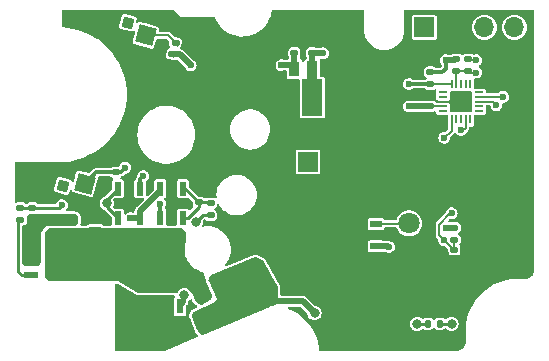
<source format=gbr>
%TF.GenerationSoftware,KiCad,Pcbnew,7.0.1*%
%TF.CreationDate,2024-02-21T00:56:40+02:00*%
%TF.ProjectId,PCBTRIGGERASSEMBLY,50434254-5249-4474-9745-52415353454d,rev?*%
%TF.SameCoordinates,Original*%
%TF.FileFunction,Copper,L1,Top*%
%TF.FilePolarity,Positive*%
%FSLAX46Y46*%
G04 Gerber Fmt 4.6, Leading zero omitted, Abs format (unit mm)*
G04 Created by KiCad (PCBNEW 7.0.1) date 2024-02-21 00:56:40*
%MOMM*%
%LPD*%
G01*
G04 APERTURE LIST*
G04 Aperture macros list*
%AMRoundRect*
0 Rectangle with rounded corners*
0 $1 Rounding radius*
0 $2 $3 $4 $5 $6 $7 $8 $9 X,Y pos of 4 corners*
0 Add a 4 corners polygon primitive as box body*
4,1,4,$2,$3,$4,$5,$6,$7,$8,$9,$2,$3,0*
0 Add four circle primitives for the rounded corners*
1,1,$1+$1,$2,$3*
1,1,$1+$1,$4,$5*
1,1,$1+$1,$6,$7*
1,1,$1+$1,$8,$9*
0 Add four rect primitives between the rounded corners*
20,1,$1+$1,$2,$3,$4,$5,0*
20,1,$1+$1,$4,$5,$6,$7,0*
20,1,$1+$1,$6,$7,$8,$9,0*
20,1,$1+$1,$8,$9,$2,$3,0*%
%AMRotRect*
0 Rectangle, with rotation*
0 The origin of the aperture is its center*
0 $1 length*
0 $2 width*
0 $3 Rotation angle, in degrees counterclockwise*
0 Add horizontal line*
21,1,$1,$2,0,0,$3*%
%AMFreePoly0*
4,1,9,3.862500,-0.866500,0.737500,-0.866500,0.737500,-0.450000,-0.737500,-0.450000,-0.737500,0.450000,0.737500,0.450000,0.737500,0.866500,3.862500,0.866500,3.862500,-0.866500,3.862500,-0.866500,$1*%
G04 Aperture macros list end*
%TA.AperFunction,SMDPad,CuDef*%
%ADD10RoundRect,0.135000X-0.185000X0.135000X-0.185000X-0.135000X0.185000X-0.135000X0.185000X0.135000X0*%
%TD*%
%TA.AperFunction,SMDPad,CuDef*%
%ADD11R,0.600000X1.200000*%
%TD*%
%TA.AperFunction,SMDPad,CuDef*%
%ADD12R,0.800000X0.800000*%
%TD*%
%TA.AperFunction,SMDPad,CuDef*%
%ADD13RoundRect,0.500000X1.647809X1.238841X-2.036933X-0.317655X-1.647809X-1.238841X2.036933X0.317655X0*%
%TD*%
%TA.AperFunction,SMDPad,CuDef*%
%ADD14RoundRect,0.625000X1.875000X0.625000X-1.875000X0.625000X-1.875000X-0.625000X1.875000X-0.625000X0*%
%TD*%
%TA.AperFunction,SMDPad,CuDef*%
%ADD15RoundRect,0.140000X0.170000X-0.140000X0.170000X0.140000X-0.170000X0.140000X-0.170000X-0.140000X0*%
%TD*%
%TA.AperFunction,SMDPad,CuDef*%
%ADD16RoundRect,0.140000X-0.170000X0.140000X-0.170000X-0.140000X0.170000X-0.140000X0.170000X0.140000X0*%
%TD*%
%TA.AperFunction,SMDPad,CuDef*%
%ADD17RotRect,1.500000X2.400000X112.900000*%
%TD*%
%TA.AperFunction,SMDPad,CuDef*%
%ADD18RotRect,1.050000X1.500000X22.900000*%
%TD*%
%TA.AperFunction,SMDPad,CuDef*%
%ADD19R,1.000000X0.600000*%
%TD*%
%TA.AperFunction,SMDPad,CuDef*%
%ADD20R,1.270000X0.610000*%
%TD*%
%TA.AperFunction,SMDPad,CuDef*%
%ADD21R,1.020000X0.610000*%
%TD*%
%TA.AperFunction,SMDPad,CuDef*%
%ADD22R,3.910000X3.810000*%
%TD*%
%TA.AperFunction,ComponentPad*%
%ADD23R,1.700000X1.700000*%
%TD*%
%TA.AperFunction,SMDPad,CuDef*%
%ADD24RotRect,1.500000X1.500000X75.000000*%
%TD*%
%TA.AperFunction,SMDPad,CuDef*%
%ADD25RotRect,0.900000X0.900000X75.000000*%
%TD*%
%TA.AperFunction,SMDPad,CuDef*%
%ADD26RoundRect,0.135000X0.185000X-0.135000X0.185000X0.135000X-0.185000X0.135000X-0.185000X-0.135000X0*%
%TD*%
%TA.AperFunction,ComponentPad*%
%ADD27O,1.700000X1.700000*%
%TD*%
%TA.AperFunction,SMDPad,CuDef*%
%ADD28R,0.610000X1.270000*%
%TD*%
%TA.AperFunction,SMDPad,CuDef*%
%ADD29R,0.610000X1.020000*%
%TD*%
%TA.AperFunction,SMDPad,CuDef*%
%ADD30R,3.810000X3.910000*%
%TD*%
%TA.AperFunction,SMDPad,CuDef*%
%ADD31R,0.900000X1.400000*%
%TD*%
%TA.AperFunction,SMDPad,CuDef*%
%ADD32R,0.900000X1.300000*%
%TD*%
%TA.AperFunction,SMDPad,CuDef*%
%ADD33FreePoly0,270.000000*%
%TD*%
%TA.AperFunction,SMDPad,CuDef*%
%ADD34RoundRect,0.135000X-0.135000X-0.185000X0.135000X-0.185000X0.135000X0.185000X-0.135000X0.185000X0*%
%TD*%
%TA.AperFunction,SMDPad,CuDef*%
%ADD35RoundRect,0.625000X0.625000X-1.375000X0.625000X1.375000X-0.625000X1.375000X-0.625000X-1.375000X0*%
%TD*%
%TA.AperFunction,ComponentPad*%
%ADD36R,1.800000X1.800000*%
%TD*%
%TA.AperFunction,ComponentPad*%
%ADD37C,1.800000*%
%TD*%
%TA.AperFunction,SMDPad,CuDef*%
%ADD38R,0.800000X0.200000*%
%TD*%
%TA.AperFunction,SMDPad,CuDef*%
%ADD39R,0.200000X0.800000*%
%TD*%
%TA.AperFunction,SMDPad,CuDef*%
%ADD40R,1.800000X1.800000*%
%TD*%
%TA.AperFunction,SMDPad,CuDef*%
%ADD41RotRect,1.500000X1.500000X255.000000*%
%TD*%
%TA.AperFunction,SMDPad,CuDef*%
%ADD42RotRect,0.900000X0.900000X255.000000*%
%TD*%
%TA.AperFunction,SMDPad,CuDef*%
%ADD43RoundRect,0.135000X0.143756X-0.178282X0.213637X0.082518X-0.143756X0.178282X-0.213637X-0.082518X0*%
%TD*%
%TA.AperFunction,ViaPad*%
%ADD44C,0.600000*%
%TD*%
%TA.AperFunction,ViaPad*%
%ADD45C,0.800000*%
%TD*%
%TA.AperFunction,Conductor*%
%ADD46C,0.200000*%
%TD*%
%TA.AperFunction,Conductor*%
%ADD47C,0.250000*%
%TD*%
%TA.AperFunction,Conductor*%
%ADD48C,0.300000*%
%TD*%
%TA.AperFunction,Conductor*%
%ADD49C,0.500000*%
%TD*%
G04 APERTURE END LIST*
D10*
%TO.P,R7,1*%
%TO.N,Net-(IC5-OUT_1)*%
X92900000Y-102890000D03*
%TO.P,R7,2*%
%TO.N,Net-(Q8-G)*%
X92900000Y-103910000D03*
%TD*%
D11*
%TO.P,IC6,1,IN*%
%TO.N,/NMOS*%
X104750000Y-103750000D03*
%TO.P,IC6,2,COM*%
%TO.N,GND*%
X105700000Y-103750000D03*
%TO.P,IC6,3,OUT_1*%
%TO.N,Net-(IC6-OUT_1)*%
X106650000Y-103750000D03*
%TO.P,IC6,4,OUT_2*%
X106650000Y-101250000D03*
%TO.P,IC6,5,VCC*%
%TO.N,+12V*%
X104750000Y-101250000D03*
%TD*%
D12*
%TO.P,Q4,1,C*%
%TO.N,GND*%
X125300000Y-113600000D03*
%TO.P,Q4,2,E*%
X123650000Y-113600000D03*
%TD*%
D13*
%TO.P,U2,1,Con*%
%TO.N,+12V*%
X110000000Y-111800000D03*
%TD*%
D14*
%TO.P,U4,1,Con*%
%TO.N,GND*%
X103700000Y-113500000D03*
%TD*%
D15*
%TO.P,C2,1*%
%TO.N,+3.3V*%
X127600000Y-94300000D03*
%TO.P,C2,2*%
%TO.N,GND*%
X127600000Y-93340000D03*
%TD*%
D16*
%TO.P,C7,1*%
%TO.N,GND*%
X116100000Y-88820000D03*
%TO.P,C7,2*%
%TO.N,+12V*%
X116100000Y-89780000D03*
%TD*%
D17*
%TO.P,D2,1,K*%
%TO.N,+12V*%
X110383008Y-109069245D03*
D18*
%TO.P,D2,2,A*%
%TO.N,/pwr_motor*%
X108195192Y-109993414D03*
%TD*%
D19*
%TO.P,IC2,1,VCC*%
%TO.N,+3.3V*%
X123000000Y-106150000D03*
%TO.P,IC2,2,VOUT*%
%TO.N,/trigger*%
X123000000Y-104250000D03*
%TO.P,IC2,3,GND*%
%TO.N,GND*%
X120300000Y-105200000D03*
%TD*%
D20*
%TO.P,Q8,1,S*%
%TO.N,+12V*%
X93767500Y-104795000D03*
%TO.P,Q8,2,S*%
X93767500Y-106065000D03*
%TO.P,Q8,3,S*%
X93767500Y-107335000D03*
%TO.P,Q8,4,G*%
%TO.N,Net-(Q8-G)*%
X93767500Y-108605000D03*
D21*
%TO.P,Q8,5,D*%
%TO.N,/pwr_motor*%
X99232500Y-108605000D03*
%TO.P,Q8,6,6*%
X99232500Y-107335000D03*
%TO.P,Q8,7,7*%
X99232500Y-106065000D03*
%TO.P,Q8,8,8*%
X99232500Y-104795000D03*
D22*
%TO.P,Q8,9,9*%
X97127500Y-106700000D03*
%TD*%
D10*
%TO.P,R10,1*%
%TO.N,GND*%
X108000000Y-101390000D03*
%TO.P,R10,2*%
%TO.N,Net-(IC6-OUT_1)*%
X108000000Y-102410000D03*
%TD*%
D16*
%TO.P,C1,1*%
%TO.N,/Semi_Auto*%
X129646132Y-106423431D03*
%TO.P,C1,2*%
%TO.N,GND*%
X129646132Y-107383431D03*
%TD*%
D23*
%TO.P,J1,1,Pin_1*%
%TO.N,unconnected-(J1-Pin_1-Pad1)*%
X117250000Y-99000000D03*
%TD*%
D24*
%TO.P,Q2,1,C*%
%TO.N,/V_Cycle*%
X98360370Y-100852933D03*
%TO.P,Q2,2,E*%
%TO.N,GND*%
X94979630Y-99947067D03*
D25*
%TO.P,Q2,3*%
%TO.N,N/C*%
X96501768Y-101027852D03*
%TD*%
D10*
%TO.P,R4,1*%
%TO.N,Net-(IC6-OUT_1)*%
X109000000Y-102490000D03*
%TO.P,R4,2*%
%TO.N,Net-(Q3-Pad4)*%
X109000000Y-103510000D03*
%TD*%
D26*
%TO.P,R1,1*%
%TO.N,/Semi_Auto*%
X129646132Y-105573112D03*
%TO.P,R1,2*%
%TO.N,+3.3V*%
X129646132Y-104553112D03*
%TD*%
D23*
%TO.P,J4,1,Pin_1*%
%TO.N,+3.3V*%
X127100000Y-87600000D03*
D27*
%TO.P,J4,2,Pin_2*%
%TO.N,GND*%
X129640000Y-87600000D03*
%TO.P,J4,3,Pin_3*%
%TO.N,/updiTx*%
X132180000Y-87600000D03*
%TO.P,J4,4,Pin_4*%
%TO.N,/updiRx*%
X134720000Y-87600000D03*
%TD*%
D28*
%TO.P,Q3,1,1*%
%TO.N,GND*%
X102595000Y-111232500D03*
%TO.P,Q3,2,2*%
X103865000Y-111232500D03*
%TO.P,Q3,3,3*%
X105135000Y-111232500D03*
%TO.P,Q3,4,4*%
%TO.N,Net-(Q3-Pad4)*%
X106405000Y-111232500D03*
D29*
%TO.P,Q3,5,5*%
%TO.N,/pwr_motor*%
X106405000Y-105767500D03*
%TO.P,Q3,6,6*%
X105135000Y-105767500D03*
%TO.P,Q3,7,7*%
X103865000Y-105767500D03*
%TO.P,Q3,8,8*%
X102595000Y-105767500D03*
D30*
%TO.P,Q3,9,9*%
X104500000Y-107872500D03*
%TD*%
D26*
%TO.P,R8,1*%
%TO.N,+12V*%
X93900000Y-103910000D03*
%TO.P,R8,2*%
%TO.N,Net-(IC5-OUT_1)*%
X93900000Y-102890000D03*
%TD*%
D15*
%TO.P,C3,1*%
%TO.N,+3.3V*%
X126650000Y-94300000D03*
%TO.P,C3,2*%
%TO.N,GND*%
X126650000Y-93340000D03*
%TD*%
D26*
%TO.P,R5,1*%
%TO.N,/V_Cycle*%
X127600000Y-92410000D03*
%TO.P,R5,2*%
%TO.N,+3.3V*%
X127600000Y-91390000D03*
%TD*%
D10*
%TO.P,R11,1*%
%TO.N,+3.3V*%
X129800000Y-90290000D03*
%TO.P,R11,2*%
%TO.N,/updiRx*%
X129800000Y-91310000D03*
%TD*%
D16*
%TO.P,C8,1*%
%TO.N,GND*%
X117600000Y-88820000D03*
%TO.P,C8,2*%
%TO.N,+3.3V*%
X117600000Y-89780000D03*
%TD*%
D26*
%TO.P,R2,1*%
%TO.N,/updiRx*%
X130800000Y-91310000D03*
%TO.P,R2,2*%
%TO.N,/updiTx*%
X130800000Y-90290000D03*
%TD*%
D31*
%TO.P,LED2,1*%
%TO.N,GND*%
X121225000Y-113800000D03*
%TO.P,LED2,2*%
X119225000Y-113800000D03*
%TD*%
D11*
%TO.P,IC5,1,IN*%
%TO.N,/ACTIVE_BREAK*%
X103050000Y-101250000D03*
%TO.P,IC5,2,COM*%
%TO.N,GND*%
X102100000Y-101250000D03*
%TO.P,IC5,3,OUT_1*%
%TO.N,Net-(IC5-OUT_1)*%
X101150000Y-101250000D03*
%TO.P,IC5,4,OUT_2*%
X101150000Y-103750000D03*
%TO.P,IC5,5,VCC*%
%TO.N,+12V*%
X103050000Y-103750000D03*
%TD*%
D32*
%TO.P,U1,1,ADJ*%
%TO.N,GND*%
X119100000Y-91150000D03*
D33*
%TO.P,U1,2,VO*%
%TO.N,+3.3V*%
X117600000Y-91237500D03*
D32*
%TO.P,U1,3,VI*%
%TO.N,+12V*%
X116100000Y-91150000D03*
%TD*%
D15*
%TO.P,C4,1*%
%TO.N,/V_Cycle*%
X101000000Y-99880000D03*
%TO.P,C4,2*%
%TO.N,GND*%
X101000000Y-98920000D03*
%TD*%
D34*
%TO.P,R3,1*%
%TO.N,+12V*%
X127390000Y-112700000D03*
%TO.P,R3,2*%
%TO.N,Net-(LED1-Pad2)*%
X128410000Y-112700000D03*
%TD*%
D35*
%TO.P,U3,1,Con*%
%TO.N,/pwr_motor*%
X101000000Y-106900000D03*
%TD*%
D36*
%TO.P,S1,1,COM*%
%TO.N,GND*%
X125800000Y-99120000D03*
D37*
%TO.P,S1,2,NO*%
%TO.N,/trigger*%
X125800000Y-104200000D03*
%TO.P,S1,3,NC*%
%TO.N,GND*%
X125800000Y-109280000D03*
%TD*%
D38*
%TO.P,IC3,1,PA2*%
%TO.N,unconnected-(IC3-PA2-Pad1)*%
X128700000Y-93100000D03*
%TO.P,IC3,2,PA3/EXTCLK*%
%TO.N,unconnected-(IC3-PA3{slash}EXTCLK-Pad2)*%
X128700000Y-93500000D03*
%TO.P,IC3,3,GND*%
%TO.N,GND*%
X128700000Y-93900000D03*
%TO.P,IC3,4,VDD*%
%TO.N,+3.3V*%
X128700000Y-94300000D03*
%TO.P,IC3,5,PA4*%
%TO.N,unconnected-(IC3-PA4-Pad5)*%
X128700000Y-94700000D03*
D39*
%TO.P,IC3,6,PA5*%
%TO.N,/NMOS*%
X129400000Y-95400000D03*
%TO.P,IC3,7,PA6*%
%TO.N,unconnected-(IC3-PA6-Pad7)*%
X129800000Y-95400000D03*
%TO.P,IC3,8,PA7*%
%TO.N,unconnected-(IC3-PA7-Pad8)*%
X130200000Y-95400000D03*
%TO.P,IC3,9,PB5*%
%TO.N,/ACTIVE_BREAK*%
X130600000Y-95400000D03*
%TO.P,IC3,10,PB4*%
%TO.N,unconnected-(IC3-PB4-Pad10)*%
X131000000Y-95400000D03*
D38*
%TO.P,IC3,11,PB3/TOCS1*%
%TO.N,/RX*%
X131700000Y-94700000D03*
%TO.P,IC3,12,PB2/TOSC2*%
%TO.N,/TX*%
X131700000Y-94300000D03*
%TO.P,IC3,13,PB1*%
%TO.N,/Semi_Auto*%
X131700000Y-93900000D03*
%TO.P,IC3,14,PB0*%
%TO.N,/trigger*%
X131700000Y-93500000D03*
%TO.P,IC3,15,PC0*%
%TO.N,unconnected-(IC3-PC0-Pad15)*%
X131700000Y-93100000D03*
D39*
%TO.P,IC3,16,PC1*%
%TO.N,unconnected-(IC3-PC1-Pad16)*%
X131000000Y-92400000D03*
%TO.P,IC3,17,PC2*%
%TO.N,unconnected-(IC3-PC2-Pad17)*%
X130600000Y-92400000D03*
%TO.P,IC3,18,PC3*%
%TO.N,unconnected-(IC3-PC3-Pad18)*%
X130200000Y-92400000D03*
%TO.P,IC3,19,PA0/~{RESET}/UPDI*%
%TO.N,/updiRx*%
X129800000Y-92400000D03*
%TO.P,IC3,20,PA1*%
%TO.N,/V_Cycle*%
X129400000Y-92400000D03*
D40*
%TO.P,IC3,21,EP*%
%TO.N,GND*%
X130200000Y-93900000D03*
%TD*%
D41*
%TO.P,LED4,1*%
%TO.N,GND*%
X100141398Y-87374919D03*
%TO.P,LED4,2*%
%TO.N,Net-(LED4-Pad2)*%
X103522138Y-88280785D03*
D42*
%TO.P,LED4,3*%
%TO.N,N/C*%
X102000000Y-87200000D03*
%TD*%
D43*
%TO.P,R6,1*%
%TO.N,+12V*%
X105768002Y-89892622D03*
%TO.P,R6,2*%
%TO.N,Net-(LED4-Pad2)*%
X106031998Y-88907378D03*
%TD*%
D44*
%TO.N,/Semi_Auto*%
X133198456Y-94201544D03*
X128776089Y-105623911D03*
X129400000Y-103353612D03*
D45*
%TO.N,GND*%
X132000000Y-106000000D03*
X101600000Y-110100000D03*
X130000000Y-99000000D03*
X93200000Y-101100000D03*
X101600000Y-111000000D03*
X133000000Y-101000000D03*
X102000000Y-91000000D03*
X114000000Y-105000000D03*
X103000000Y-93000000D03*
X108000000Y-92000000D03*
D44*
X101000000Y-98000000D03*
D45*
X114000000Y-101000000D03*
D44*
X100000000Y-99000000D03*
D45*
X114000000Y-103000000D03*
X130000000Y-101000000D03*
X112000000Y-105000000D03*
X107000000Y-94000000D03*
X114000000Y-99000000D03*
D44*
X97000000Y-100000000D03*
D45*
X133000000Y-99000000D03*
D44*
X99000000Y-99000000D03*
D45*
X132000000Y-108000000D03*
X134000000Y-106000000D03*
X134000000Y-108000000D03*
X101600000Y-111900000D03*
X104000000Y-91000000D03*
%TO.N,Net-(LED1-Pad2)*%
X129400000Y-112700000D03*
D44*
%TO.N,/V_Cycle*%
X125800000Y-92400000D03*
X101780331Y-99480331D03*
%TO.N,+12V*%
X96000000Y-103900000D03*
X112200000Y-108100000D03*
X107300000Y-90800000D03*
X112500000Y-108800000D03*
X95100000Y-103900000D03*
X97400000Y-103900000D03*
D45*
X126500000Y-112700000D03*
D44*
X113700000Y-109200000D03*
X102200000Y-103750000D03*
X112900000Y-107800000D03*
X115000000Y-90800000D03*
X96700000Y-103900000D03*
X112900000Y-109500000D03*
X113300000Y-108500000D03*
D45*
X117800000Y-111800000D03*
D44*
%TO.N,/trigger*%
X133758312Y-93495797D03*
%TO.N,/NMOS*%
X128800000Y-96949500D03*
X104730226Y-102529728D03*
%TO.N,/ACTIVE_BREAK*%
X130200000Y-96300000D03*
X103300000Y-100200000D03*
%TO.N,+3.3V*%
X125800000Y-94300000D03*
X118500000Y-89800000D03*
X128946888Y-104553112D03*
X124100000Y-106200000D03*
X128900000Y-90400000D03*
%TO.N,/updiRx*%
X131500000Y-91430000D03*
%TO.N,/updiTx*%
X131500000Y-90400000D03*
%TO.N,Net-(IC5-OUT_1)*%
X96405331Y-102655331D03*
D45*
X100200000Y-102500000D03*
%TO.N,Net-(Q3-Pad4)*%
X106775992Y-110299058D03*
X107762299Y-104062299D03*
%TD*%
D46*
%TO.N,/trigger*%
X133754109Y-93500000D02*
X133758312Y-93495797D01*
X131700000Y-93500000D02*
X133754109Y-93500000D01*
%TO.N,/Semi_Auto*%
X132896912Y-93900000D02*
X131700000Y-93900000D01*
X133198456Y-94201544D02*
X132896912Y-93900000D01*
X129646132Y-105573112D02*
X129646132Y-106423431D01*
X128346888Y-105194710D02*
X128776089Y-105623911D01*
X129400000Y-103353612D02*
X129297859Y-103353612D01*
X128346888Y-104304583D02*
X128346888Y-105194710D01*
X129575609Y-106423431D02*
X128776089Y-105623911D01*
X129297859Y-103353612D02*
X128346888Y-104304583D01*
X129646132Y-106423431D02*
X129575609Y-106423431D01*
D47*
%TO.N,Net-(LED1-Pad2)*%
X129400000Y-112700000D02*
X128410000Y-112700000D01*
D46*
%TO.N,Net-(LED4-Pad2)*%
X105405405Y-88280785D02*
X103522138Y-88280785D01*
X106031998Y-88907378D02*
X105405405Y-88280785D01*
D48*
%TO.N,/V_Cycle*%
X125800000Y-92400000D02*
X127590000Y-92400000D01*
D46*
X129390000Y-92410000D02*
X129400000Y-92400000D01*
D48*
X127590000Y-92400000D02*
X127600000Y-92410000D01*
X101780331Y-99480331D02*
X101380662Y-99880000D01*
D46*
X127600000Y-92410000D02*
X129390000Y-92410000D01*
D48*
X99333303Y-99880000D02*
X101000000Y-99880000D01*
X98360370Y-100852933D02*
X99333303Y-99880000D01*
X101380662Y-99880000D02*
X101000000Y-99880000D01*
D49*
%TO.N,+12V*%
X107300000Y-90800000D02*
X106392622Y-89892622D01*
X116800000Y-110800000D02*
X111000000Y-110800000D01*
X115750000Y-90800000D02*
X116100000Y-91150000D01*
X102200000Y-103750000D02*
X103050000Y-103750000D01*
X93910000Y-103900000D02*
X93900000Y-103910000D01*
D47*
X126500000Y-112700000D02*
X127390000Y-112700000D01*
D49*
X116100000Y-91150000D02*
X116100000Y-89780000D01*
X106392622Y-89892622D02*
X105768002Y-89892622D01*
X103050000Y-103150000D02*
X104750000Y-101450000D01*
X117800000Y-111800000D02*
X116800000Y-110800000D01*
X104750000Y-101450000D02*
X104750000Y-101250000D01*
X103050000Y-103750000D02*
X103050000Y-103150000D01*
X95100000Y-103900000D02*
X93910000Y-103900000D01*
X111000000Y-110800000D02*
X110000000Y-111800000D01*
X115000000Y-90800000D02*
X115750000Y-90800000D01*
D46*
%TO.N,/trigger*%
X123000000Y-104250000D02*
X125750000Y-104250000D01*
X125750000Y-104250000D02*
X125800000Y-104200000D01*
D48*
%TO.N,/NMOS*%
X104730226Y-102529728D02*
X104730226Y-103730226D01*
X104730226Y-103730226D02*
X104750000Y-103750000D01*
D46*
X128800000Y-96949500D02*
X129400000Y-96349500D01*
X129400000Y-96349500D02*
X129400000Y-95400000D01*
%TO.N,/ACTIVE_BREAK*%
X130600000Y-96100000D02*
X130600000Y-95400000D01*
X130400000Y-96300000D02*
X130600000Y-96100000D01*
X130200000Y-96300000D02*
X130400000Y-96300000D01*
D48*
X103300000Y-100200000D02*
X103050000Y-100450000D01*
X103050000Y-100450000D02*
X103050000Y-101250000D01*
%TO.N,+3.3V*%
X128900000Y-91100000D02*
X128900000Y-90400000D01*
D49*
X117600000Y-89780000D02*
X117600000Y-91237500D01*
D46*
X127600000Y-94300000D02*
X128700000Y-94300000D01*
D49*
X126650000Y-94300000D02*
X127600000Y-94300000D01*
D48*
X128610000Y-91390000D02*
X128900000Y-91100000D01*
D49*
X128946888Y-104553112D02*
X129646132Y-104553112D01*
X117600000Y-89780000D02*
X118480000Y-89780000D01*
X125800000Y-94300000D02*
X126650000Y-94300000D01*
X118480000Y-89780000D02*
X118500000Y-89800000D01*
D48*
X127600000Y-91390000D02*
X128610000Y-91390000D01*
D49*
X129800000Y-90290000D02*
X129690000Y-90400000D01*
X123000000Y-106150000D02*
X124050000Y-106150000D01*
X124050000Y-106150000D02*
X124100000Y-106200000D01*
X129690000Y-90400000D02*
X128900000Y-90400000D01*
D46*
%TO.N,/updiRx*%
X130920000Y-91430000D02*
X130800000Y-91310000D01*
X131500000Y-91430000D02*
X130920000Y-91430000D01*
X129800000Y-91310000D02*
X130800000Y-91310000D01*
X129800000Y-91310000D02*
X129800000Y-92400000D01*
%TO.N,/updiTx*%
X130800000Y-90290000D02*
X130910000Y-90400000D01*
X130910000Y-90400000D02*
X131500000Y-90400000D01*
D47*
%TO.N,Net-(IC5-OUT_1)*%
X93900000Y-102890000D02*
X92900000Y-102890000D01*
X96405331Y-102655331D02*
X96170662Y-102890000D01*
X96170662Y-102890000D02*
X93900000Y-102890000D01*
X100200000Y-102800000D02*
X100200000Y-102500000D01*
X100200000Y-102200000D02*
X101150000Y-101250000D01*
X101150000Y-103750000D02*
X100200000Y-102800000D01*
X100200000Y-102500000D02*
X100200000Y-102200000D01*
%TO.N,Net-(IC6-OUT_1)*%
X106840000Y-101250000D02*
X108000000Y-102410000D01*
X107050000Y-103750000D02*
X108000000Y-102800000D01*
X106650000Y-101250000D02*
X106840000Y-101250000D01*
X108920000Y-102410000D02*
X109000000Y-102490000D01*
X106650000Y-103750000D02*
X107050000Y-103750000D01*
X108000000Y-102410000D02*
X108920000Y-102410000D01*
X108000000Y-102800000D02*
X108000000Y-102410000D01*
%TO.N,Net-(Q3-Pad4)*%
X109000000Y-103510000D02*
X108314598Y-103510000D01*
X106775992Y-110299058D02*
X106775992Y-110861508D01*
X108314598Y-103510000D02*
X107762299Y-104062299D01*
X106775992Y-110861508D02*
X106405000Y-111232500D01*
%TO.N,Net-(Q8-G)*%
X92700000Y-104110000D02*
X92700000Y-108300000D01*
X92700000Y-108300000D02*
X93005000Y-108605000D01*
X93005000Y-108605000D02*
X93767500Y-108605000D01*
X92900000Y-103910000D02*
X92700000Y-104110000D01*
%TD*%
%TA.AperFunction,Conductor*%
%TO.N,/pwr_motor*%
G36*
X106596091Y-104609439D02*
G01*
X106636319Y-104636319D01*
X106863681Y-104863681D01*
X106890561Y-104903909D01*
X106900000Y-104951362D01*
X106900000Y-105756269D01*
X106892182Y-105799602D01*
X106873728Y-105849078D01*
X106814422Y-106121705D01*
X106794517Y-106400000D01*
X106814422Y-106678294D01*
X106873727Y-106950918D01*
X106873729Y-106950923D01*
X106971231Y-107212337D01*
X107009338Y-107282124D01*
X107104942Y-107457211D01*
X107133726Y-107495662D01*
X107272145Y-107680568D01*
X107469432Y-107877855D01*
X107539655Y-107930423D01*
X107692788Y-108045057D01*
X107780331Y-108092858D01*
X107937663Y-108178769D01*
X108199077Y-108276271D01*
X108199080Y-108276271D01*
X108199081Y-108276272D01*
X108218799Y-108280561D01*
X108238041Y-108284747D01*
X108289757Y-108309577D01*
X108324762Y-108355028D01*
X108600814Y-108968477D01*
X108611695Y-109022534D01*
X108611252Y-109039818D01*
X108621605Y-109092692D01*
X108635007Y-109135573D01*
X109147090Y-110306052D01*
X109157445Y-110358929D01*
X109144395Y-110411207D01*
X109018484Y-110663030D01*
X108995256Y-110695257D01*
X108963029Y-110718485D01*
X108255496Y-111072251D01*
X108200004Y-111085342D01*
X108144519Y-111072217D01*
X107791954Y-110895664D01*
X107758162Y-110870805D01*
X107734592Y-110836101D01*
X107400000Y-110100000D01*
X107388212Y-110092409D01*
X107378917Y-110090561D01*
X107338688Y-110063680D01*
X107311809Y-110023453D01*
X107300528Y-109996217D01*
X107300527Y-109996216D01*
X107300527Y-109996215D01*
X107204274Y-109870775D01*
X107078832Y-109774521D01*
X106932754Y-109714014D01*
X106775992Y-109693375D01*
X106619229Y-109714014D01*
X106473151Y-109774521D01*
X106347709Y-109870775D01*
X106251456Y-109996215D01*
X106245382Y-110010878D01*
X106240174Y-110023453D01*
X106213296Y-110063680D01*
X106173067Y-110090561D01*
X106125614Y-110100000D01*
X102933766Y-110100000D01*
X102870896Y-110082880D01*
X101200000Y-109100000D01*
X95351362Y-109100000D01*
X95303909Y-109090561D01*
X95263681Y-109063681D01*
X95036319Y-108836319D01*
X95009439Y-108796091D01*
X95000000Y-108748638D01*
X95000000Y-104951362D01*
X95009439Y-104903909D01*
X95036319Y-104863681D01*
X95263681Y-104636319D01*
X95303909Y-104609439D01*
X95351362Y-104600000D01*
X106548638Y-104600000D01*
X106596091Y-104609439D01*
G37*
%TD.AperFunction*%
%TD*%
%TA.AperFunction,Conductor*%
%TO.N,+12V*%
G36*
X112821039Y-107055651D02*
G01*
X113361065Y-107283567D01*
X113395339Y-107305228D01*
X113420794Y-107336789D01*
X114124769Y-108582283D01*
X114683950Y-109571604D01*
X114700000Y-109632619D01*
X114700000Y-110918235D01*
X114690753Y-110965222D01*
X114664391Y-111005201D01*
X114624846Y-111032209D01*
X114271999Y-111183428D01*
X114231285Y-111193187D01*
X114222978Y-111192319D01*
X114193121Y-111197603D01*
X114171515Y-111199500D01*
X114160117Y-111199500D01*
X114155942Y-111201229D01*
X114153889Y-111201829D01*
X114123075Y-111214839D01*
X114122301Y-111215163D01*
X114065492Y-111238694D01*
X114063663Y-111239925D01*
X108378060Y-113640512D01*
X108325851Y-113650213D01*
X108274373Y-113637186D01*
X108040627Y-113520313D01*
X108005862Y-113494472D01*
X107982107Y-113458250D01*
X107416455Y-112138395D01*
X107406825Y-112099453D01*
X107410131Y-112059475D01*
X107484963Y-111760146D01*
X107511112Y-111709525D01*
X107557138Y-111675941D01*
X109400000Y-110900000D01*
X109500000Y-110600000D01*
X108823277Y-109053205D01*
X108812923Y-109000330D01*
X108825971Y-108948056D01*
X108979316Y-108641367D01*
X109005689Y-108606106D01*
X109042725Y-108582284D01*
X112725333Y-107055349D01*
X112773216Y-107045895D01*
X112821039Y-107055651D01*
G37*
%TD.AperFunction*%
%TD*%
%TA.AperFunction,Conductor*%
%TO.N,+12V*%
G36*
X97596091Y-103409439D02*
G01*
X97636319Y-103436319D01*
X97763681Y-103563681D01*
X97790561Y-103603909D01*
X97800000Y-103651362D01*
X97800000Y-104148638D01*
X97790561Y-104196091D01*
X97763681Y-104236319D01*
X97641819Y-104358181D01*
X97601591Y-104385061D01*
X97554138Y-104394500D01*
X95351362Y-104394500D01*
X95340220Y-104395597D01*
X95305207Y-104399046D01*
X95305165Y-104398629D01*
X95291259Y-104400000D01*
X95100000Y-104400000D01*
X94600000Y-105000000D01*
X94600000Y-107548638D01*
X94590561Y-107596091D01*
X94563681Y-107636319D01*
X94436319Y-107763681D01*
X94396091Y-107790561D01*
X94348638Y-107800000D01*
X93251362Y-107800000D01*
X93203909Y-107790561D01*
X93163681Y-107763681D01*
X93061819Y-107661819D01*
X93034939Y-107621591D01*
X93025500Y-107574138D01*
X93025500Y-104511622D01*
X93032489Y-104470580D01*
X93052669Y-104434164D01*
X93054763Y-104431546D01*
X93061046Y-104423691D01*
X93096964Y-104393143D01*
X93141691Y-104378212D01*
X93173173Y-104374068D01*
X93280404Y-104324065D01*
X93364065Y-104240404D01*
X93414068Y-104133173D01*
X93420500Y-104084316D01*
X93420500Y-103735684D01*
X93420500Y-103730861D01*
X93429939Y-103683408D01*
X93456816Y-103643183D01*
X93663681Y-103436319D01*
X93703909Y-103409439D01*
X93751362Y-103400000D01*
X97548638Y-103400000D01*
X97596091Y-103409439D01*
G37*
%TD.AperFunction*%
%TD*%
%TA.AperFunction,Conductor*%
%TO.N,GND*%
G36*
X105901713Y-86109847D02*
G01*
X105935776Y-86136122D01*
X106315929Y-86592307D01*
X106329069Y-86612727D01*
X106336532Y-86628223D01*
X106408937Y-86685966D01*
X106414779Y-86687167D01*
X106414781Y-86687169D01*
X106429406Y-86690177D01*
X106431350Y-86690598D01*
X106474731Y-86700500D01*
X106474733Y-86700500D01*
X106478926Y-86701457D01*
X106489464Y-86702530D01*
X106492089Y-86703069D01*
X106504430Y-86705608D01*
X106512911Y-86703478D01*
X106537014Y-86700500D01*
X109277989Y-86700500D01*
X109333263Y-86717368D01*
X109369703Y-86762223D01*
X109454976Y-86972022D01*
X109599179Y-87232341D01*
X109603108Y-87237779D01*
X109773458Y-87473555D01*
X109923858Y-87636469D01*
X109975319Y-87692212D01*
X110201867Y-87885176D01*
X110240073Y-87910520D01*
X110449853Y-88049679D01*
X110715723Y-88183363D01*
X110995665Y-88284314D01*
X111285666Y-88351081D01*
X111581568Y-88382710D01*
X111879130Y-88378746D01*
X112174084Y-88339246D01*
X112462204Y-88264776D01*
X112739357Y-88156404D01*
X113001572Y-88015684D01*
X113245088Y-87844633D01*
X113466414Y-87645703D01*
X113662378Y-87421746D01*
X113830170Y-87175973D01*
X113967385Y-86911907D01*
X114072055Y-86633335D01*
X114142681Y-86344249D01*
X114148481Y-86296071D01*
X114161531Y-86187668D01*
X114178307Y-86143317D01*
X114213783Y-86111856D01*
X114259821Y-86100500D01*
X121900500Y-86100500D01*
X121950000Y-86113763D01*
X121986237Y-86150000D01*
X121999500Y-86199500D01*
X121999500Y-87927436D01*
X122025956Y-88102960D01*
X122037487Y-88179458D01*
X122106874Y-88404406D01*
X122112612Y-88423006D01*
X122223195Y-88652635D01*
X122308871Y-88778298D01*
X122366768Y-88863217D01*
X122540123Y-89050050D01*
X122540128Y-89050055D01*
X122739382Y-89208955D01*
X122739385Y-89208957D01*
X122739388Y-89208959D01*
X122960112Y-89336393D01*
X122960113Y-89336393D01*
X122960116Y-89336395D01*
X123117396Y-89398123D01*
X123197363Y-89429508D01*
X123445843Y-89486222D01*
X123700000Y-89505268D01*
X123954157Y-89486222D01*
X124202637Y-89429508D01*
X124439888Y-89336393D01*
X124660612Y-89208959D01*
X124700938Y-89176800D01*
X124859871Y-89050055D01*
X124859871Y-89050054D01*
X124859877Y-89050050D01*
X125033232Y-88863217D01*
X125176805Y-88652634D01*
X125264879Y-88469747D01*
X126049500Y-88469747D01*
X126061133Y-88528231D01*
X126105447Y-88594552D01*
X126138518Y-88616649D01*
X126171769Y-88638867D01*
X126230252Y-88650500D01*
X127969747Y-88650500D01*
X127969748Y-88650500D01*
X128028231Y-88638867D01*
X128094552Y-88594552D01*
X128138867Y-88528231D01*
X128150500Y-88469748D01*
X128150500Y-87599999D01*
X131124416Y-87599999D01*
X131144699Y-87805933D01*
X131203624Y-88000183D01*
X131204768Y-88003954D01*
X131302315Y-88186450D01*
X131433590Y-88346410D01*
X131593550Y-88477685D01*
X131776046Y-88575232D01*
X131974066Y-88635300D01*
X132180000Y-88655583D01*
X132385934Y-88635300D01*
X132583954Y-88575232D01*
X132766450Y-88477685D01*
X132926410Y-88346410D01*
X133057685Y-88186450D01*
X133155232Y-88003954D01*
X133215300Y-87805934D01*
X133235583Y-87600000D01*
X133235583Y-87599999D01*
X133664416Y-87599999D01*
X133684699Y-87805933D01*
X133743624Y-88000183D01*
X133744768Y-88003954D01*
X133842315Y-88186450D01*
X133973590Y-88346410D01*
X134133550Y-88477685D01*
X134316046Y-88575232D01*
X134514066Y-88635300D01*
X134720000Y-88655583D01*
X134925934Y-88635300D01*
X135123954Y-88575232D01*
X135306450Y-88477685D01*
X135466410Y-88346410D01*
X135597685Y-88186450D01*
X135695232Y-88003954D01*
X135755300Y-87805934D01*
X135775583Y-87600000D01*
X135755300Y-87394066D01*
X135695232Y-87196046D01*
X135597685Y-87013550D01*
X135466410Y-86853590D01*
X135306450Y-86722315D01*
X135123954Y-86624768D01*
X135123953Y-86624767D01*
X135123952Y-86624767D01*
X134925933Y-86564699D01*
X134720000Y-86544416D01*
X134514066Y-86564699D01*
X134316047Y-86624767D01*
X134133549Y-86722315D01*
X133973590Y-86853590D01*
X133842315Y-87013549D01*
X133744767Y-87196047D01*
X133684699Y-87394066D01*
X133664416Y-87599999D01*
X133235583Y-87599999D01*
X133215300Y-87394066D01*
X133155232Y-87196046D01*
X133057685Y-87013550D01*
X132926410Y-86853590D01*
X132766450Y-86722315D01*
X132583954Y-86624768D01*
X132583953Y-86624767D01*
X132583952Y-86624767D01*
X132385933Y-86564699D01*
X132180000Y-86544416D01*
X131974066Y-86564699D01*
X131776047Y-86624767D01*
X131593549Y-86722315D01*
X131433590Y-86853590D01*
X131302315Y-87013549D01*
X131204767Y-87196047D01*
X131144699Y-87394066D01*
X131124416Y-87599999D01*
X128150500Y-87599999D01*
X128150500Y-86730252D01*
X128138867Y-86671769D01*
X128109770Y-86628223D01*
X128094552Y-86605447D01*
X128028231Y-86561133D01*
X127969748Y-86549500D01*
X126230252Y-86549500D01*
X126201010Y-86555316D01*
X126171768Y-86561133D01*
X126105447Y-86605447D01*
X126061133Y-86671768D01*
X126058309Y-86685966D01*
X126054826Y-86703479D01*
X126049500Y-86730253D01*
X126049500Y-88469747D01*
X125264879Y-88469747D01*
X125287389Y-88423004D01*
X125362513Y-88179458D01*
X125399538Y-87933816D01*
X125400500Y-87927436D01*
X125400500Y-86199500D01*
X125413763Y-86150000D01*
X125450000Y-86113763D01*
X125499500Y-86100500D01*
X136300500Y-86100500D01*
X136350000Y-86113763D01*
X136386237Y-86150000D01*
X136399500Y-86199500D01*
X136399500Y-108109084D01*
X136399015Y-108118871D01*
X136385189Y-108258041D01*
X136381339Y-108277229D01*
X136341590Y-108407092D01*
X136334041Y-108425147D01*
X136269522Y-108544655D01*
X136258570Y-108560870D01*
X136171805Y-108665348D01*
X136157877Y-108679092D01*
X136114436Y-108714204D01*
X136052254Y-108764462D01*
X136035892Y-108775199D01*
X135915538Y-108838124D01*
X135897384Y-108845433D01*
X135767003Y-108883453D01*
X135747765Y-108887047D01*
X135607549Y-108899097D01*
X135597757Y-108899452D01*
X135546297Y-108898768D01*
X135542488Y-108899500D01*
X135039882Y-108899500D01*
X135000000Y-108899500D01*
X134796553Y-108899500D01*
X134391394Y-108937044D01*
X134391391Y-108937044D01*
X134391386Y-108937045D01*
X133991434Y-109011809D01*
X133600064Y-109123163D01*
X133220642Y-109270152D01*
X132856417Y-109451515D01*
X132856412Y-109451517D01*
X132856410Y-109451519D01*
X132795503Y-109489231D01*
X132510459Y-109665722D01*
X132291025Y-109831431D01*
X132185752Y-109910930D01*
X131885053Y-110185053D01*
X131610930Y-110485752D01*
X131585620Y-110519268D01*
X131365722Y-110810459D01*
X131365721Y-110810461D01*
X131183485Y-111104784D01*
X131151515Y-111156417D01*
X130970152Y-111520642D01*
X130823163Y-111900064D01*
X130711809Y-112291434D01*
X130643890Y-112654769D01*
X130637044Y-112691394D01*
X130600997Y-113080404D01*
X130599500Y-113096557D01*
X130599500Y-114195139D01*
X130599023Y-114204843D01*
X130585093Y-114346271D01*
X130581307Y-114365305D01*
X130541472Y-114496624D01*
X130534045Y-114514554D01*
X130469357Y-114635577D01*
X130458575Y-114651714D01*
X130371517Y-114757794D01*
X130357794Y-114771517D01*
X130251714Y-114858575D01*
X130235577Y-114869357D01*
X130114554Y-114934045D01*
X130096624Y-114941472D01*
X129965305Y-114981307D01*
X129946271Y-114985093D01*
X129804843Y-114999023D01*
X129795139Y-114999500D01*
X118289310Y-114999500D01*
X118242474Y-114987720D01*
X118206783Y-114955184D01*
X118190732Y-114909635D01*
X118186574Y-114864760D01*
X118166369Y-114646715D01*
X118098398Y-114283105D01*
X117997168Y-113927318D01*
X117863542Y-113582388D01*
X117698659Y-113251260D01*
X117503928Y-112936757D01*
X117325137Y-112700000D01*
X125894318Y-112700000D01*
X125914955Y-112856761D01*
X125975464Y-113002841D01*
X126071717Y-113128282D01*
X126165476Y-113200225D01*
X126197159Y-113224536D01*
X126343238Y-113285044D01*
X126500000Y-113305682D01*
X126656762Y-113285044D01*
X126802841Y-113224536D01*
X126881649Y-113164065D01*
X126913457Y-113139658D01*
X126956533Y-113120704D01*
X127003494Y-113123782D01*
X127043725Y-113148194D01*
X127059596Y-113164065D01*
X127166827Y-113214068D01*
X127208275Y-113219524D01*
X127215683Y-113220500D01*
X127215684Y-113220500D01*
X127564316Y-113220500D01*
X127564317Y-113220500D01*
X127570749Y-113219653D01*
X127613173Y-113214068D01*
X127720404Y-113164065D01*
X127804065Y-113080404D01*
X127810276Y-113067083D01*
X127846807Y-113025428D01*
X127900000Y-113009924D01*
X127953193Y-113025428D01*
X127989723Y-113067083D01*
X127995935Y-113080404D01*
X128079596Y-113164065D01*
X128186827Y-113214068D01*
X128228275Y-113219524D01*
X128235683Y-113220500D01*
X128235684Y-113220500D01*
X128584316Y-113220500D01*
X128584317Y-113220500D01*
X128590749Y-113219653D01*
X128633173Y-113214068D01*
X128740404Y-113164065D01*
X128807001Y-113097467D01*
X128855576Y-113070819D01*
X128910864Y-113074443D01*
X128955546Y-113107206D01*
X128971718Y-113128283D01*
X129065476Y-113200225D01*
X129097159Y-113224536D01*
X129243238Y-113285044D01*
X129400000Y-113305682D01*
X129556762Y-113285044D01*
X129702841Y-113224536D01*
X129828282Y-113128282D01*
X129924536Y-113002841D01*
X129985044Y-112856762D01*
X130005682Y-112700000D01*
X129985044Y-112543238D01*
X129924536Y-112397159D01*
X129851926Y-112302531D01*
X129828282Y-112271717D01*
X129702841Y-112175464D01*
X129556761Y-112114955D01*
X129400000Y-112094318D01*
X129243238Y-112114955D01*
X129097158Y-112175464D01*
X128971717Y-112271717D01*
X128955545Y-112292794D01*
X128910863Y-112325557D01*
X128855576Y-112329180D01*
X128807001Y-112302532D01*
X128740404Y-112235935D01*
X128740402Y-112235934D01*
X128740401Y-112235933D01*
X128633174Y-112185932D01*
X128584317Y-112179500D01*
X128584316Y-112179500D01*
X128235684Y-112179500D01*
X128235683Y-112179500D01*
X128186825Y-112185932D01*
X128079598Y-112235933D01*
X127995933Y-112319598D01*
X127989724Y-112332915D01*
X127953192Y-112374571D01*
X127900000Y-112390075D01*
X127846808Y-112374571D01*
X127810276Y-112332915D01*
X127804066Y-112319598D01*
X127804065Y-112319597D01*
X127804065Y-112319596D01*
X127720404Y-112235935D01*
X127720402Y-112235934D01*
X127720401Y-112235933D01*
X127613174Y-112185932D01*
X127564317Y-112179500D01*
X127564316Y-112179500D01*
X127215684Y-112179500D01*
X127215683Y-112179500D01*
X127166825Y-112185932D01*
X127059596Y-112235934D01*
X127043725Y-112251805D01*
X127003492Y-112276218D01*
X126956531Y-112279296D01*
X126913456Y-112260342D01*
X126902330Y-112251805D01*
X126802841Y-112175464D01*
X126656761Y-112114955D01*
X126500000Y-112094318D01*
X126343238Y-112114955D01*
X126197158Y-112175464D01*
X126071717Y-112271717D01*
X125975464Y-112397158D01*
X125914955Y-112543238D01*
X125894318Y-112700000D01*
X117325137Y-112700000D01*
X117281008Y-112641564D01*
X117031802Y-112368198D01*
X116758436Y-112118992D01*
X116463243Y-111896072D01*
X116148740Y-111701341D01*
X115817612Y-111536458D01*
X115573306Y-111441814D01*
X115530067Y-111409161D01*
X115510493Y-111358635D01*
X115520450Y-111305372D01*
X115556954Y-111265329D01*
X115609071Y-111250500D01*
X116572388Y-111250500D01*
X116610274Y-111258036D01*
X116642392Y-111279496D01*
X117175318Y-111812422D01*
X117194104Y-111838639D01*
X117203467Y-111869503D01*
X117214955Y-111956761D01*
X117275464Y-112102841D01*
X117371717Y-112228282D01*
X117455792Y-112292794D01*
X117497159Y-112324536D01*
X117643238Y-112385044D01*
X117800000Y-112405682D01*
X117956762Y-112385044D01*
X118102841Y-112324536D01*
X118228282Y-112228282D01*
X118324536Y-112102841D01*
X118385044Y-111956762D01*
X118405682Y-111800000D01*
X118385044Y-111643238D01*
X118324536Y-111497159D01*
X118252157Y-111402832D01*
X118228282Y-111371717D01*
X118102841Y-111275464D01*
X117956761Y-111214955D01*
X117869502Y-111203467D01*
X117838638Y-111194104D01*
X117812421Y-111175318D01*
X117140366Y-110503263D01*
X117132968Y-110494983D01*
X117109878Y-110466028D01*
X117062259Y-110433562D01*
X117059241Y-110431421D01*
X117029346Y-110409358D01*
X117012882Y-110397207D01*
X117012880Y-110397206D01*
X117010094Y-110395150D01*
X117000976Y-110390547D01*
X116942596Y-110372539D01*
X116939081Y-110371382D01*
X116881439Y-110351213D01*
X116871353Y-110349500D01*
X116867902Y-110349500D01*
X116810284Y-110349500D01*
X116806582Y-110349431D01*
X116745532Y-110347146D01*
X116727655Y-110349500D01*
X115004500Y-110349500D01*
X114955000Y-110336237D01*
X114918763Y-110300000D01*
X114905500Y-110250500D01*
X114905500Y-109632616D01*
X114898740Y-109580346D01*
X114896240Y-109570841D01*
X114882689Y-109519326D01*
X114862851Y-109470486D01*
X113599695Y-107235671D01*
X113599690Y-107235663D01*
X113580753Y-107207780D01*
X113555295Y-107176215D01*
X113505130Y-107131516D01*
X113505127Y-107131514D01*
X113505126Y-107131513D01*
X113470852Y-107109852D01*
X113452207Y-107100109D01*
X113440963Y-107094234D01*
X112900948Y-106866323D01*
X112881529Y-106860310D01*
X112862115Y-106854298D01*
X112862112Y-106854297D01*
X112862111Y-106854297D01*
X112814295Y-106844542D01*
X112753631Y-106844350D01*
X112733411Y-106844287D01*
X112733410Y-106844287D01*
X112685528Y-106853741D01*
X112646613Y-106865523D01*
X110357517Y-107814660D01*
X110306939Y-107821397D01*
X110259723Y-107802051D01*
X110228413Y-107761761D01*
X110221327Y-107711230D01*
X110240345Y-107663883D01*
X110395056Y-107457213D01*
X110528769Y-107212337D01*
X110626271Y-106950923D01*
X110685578Y-106678294D01*
X110700494Y-106469747D01*
X122299500Y-106469747D01*
X122311133Y-106528231D01*
X122355447Y-106594552D01*
X122387870Y-106616216D01*
X122421769Y-106638867D01*
X122480252Y-106650500D01*
X123519747Y-106650500D01*
X123519748Y-106650500D01*
X123578231Y-106638867D01*
X123610679Y-106617185D01*
X123665682Y-106600500D01*
X123768367Y-106600500D01*
X123821890Y-106616215D01*
X123889947Y-106659953D01*
X124028039Y-106700500D01*
X124171961Y-106700500D01*
X124310053Y-106659953D01*
X124431128Y-106582143D01*
X124525377Y-106473373D01*
X124585165Y-106342457D01*
X124605647Y-106200000D01*
X124585165Y-106057543D01*
X124525377Y-105926627D01*
X124431128Y-105817857D01*
X124431127Y-105817856D01*
X124431125Y-105817854D01*
X124310054Y-105740047D01*
X124171961Y-105699500D01*
X124117902Y-105699500D01*
X124060284Y-105699500D01*
X124056582Y-105699431D01*
X123995532Y-105697146D01*
X123977655Y-105699500D01*
X123665682Y-105699500D01*
X123610680Y-105682815D01*
X123578231Y-105661133D01*
X123519748Y-105649500D01*
X122480252Y-105649500D01*
X122451010Y-105655316D01*
X122421768Y-105661133D01*
X122355447Y-105705447D01*
X122311133Y-105771768D01*
X122299500Y-105830253D01*
X122299500Y-106469747D01*
X110700494Y-106469747D01*
X110705482Y-106400000D01*
X110685578Y-106121706D01*
X110674273Y-106069740D01*
X110643141Y-105926627D01*
X110626271Y-105849077D01*
X110528769Y-105587663D01*
X110528769Y-105587662D01*
X110395056Y-105342787D01*
X110366875Y-105305142D01*
X110227855Y-105119432D01*
X110030568Y-104922145D01*
X109884933Y-104813124D01*
X109807212Y-104754943D01*
X109562337Y-104621230D01*
X109424303Y-104569747D01*
X122299500Y-104569747D01*
X122311133Y-104628231D01*
X122355447Y-104694552D01*
X122395827Y-104721533D01*
X122421769Y-104738867D01*
X122480252Y-104750500D01*
X123519747Y-104750500D01*
X123519748Y-104750500D01*
X123578231Y-104738867D01*
X123644552Y-104694552D01*
X123688867Y-104628231D01*
X123688867Y-104628229D01*
X123690410Y-104625921D01*
X123707034Y-104589232D01*
X123741790Y-104560710D01*
X123785576Y-104550500D01*
X124683845Y-104550500D01*
X124735962Y-104565329D01*
X124772466Y-104605372D01*
X124860325Y-104781818D01*
X124860326Y-104781819D01*
X124860327Y-104781821D01*
X124983236Y-104944579D01*
X125133959Y-105081981D01*
X125307363Y-105189348D01*
X125428530Y-105236288D01*
X125497546Y-105263025D01*
X125698022Y-105300500D01*
X125698024Y-105300500D01*
X125901976Y-105300500D01*
X125901978Y-105300500D01*
X126102453Y-105263025D01*
X126102456Y-105263024D01*
X126292637Y-105189348D01*
X126466041Y-105081981D01*
X126616764Y-104944579D01*
X126739673Y-104781821D01*
X126830582Y-104599250D01*
X126886397Y-104403083D01*
X126896832Y-104290464D01*
X128041509Y-104290464D01*
X128045439Y-104318636D01*
X128046388Y-104332314D01*
X128046388Y-105129545D01*
X128043790Y-105145465D01*
X128046282Y-105199352D01*
X128046388Y-105203924D01*
X128046388Y-105222556D01*
X128046409Y-105222668D01*
X128047989Y-105236288D01*
X128049302Y-105264701D01*
X128053272Y-105273692D01*
X128060020Y-105295483D01*
X128061826Y-105305142D01*
X128076799Y-105329326D01*
X128083188Y-105341446D01*
X128094682Y-105367475D01*
X128094683Y-105367476D01*
X128101631Y-105374425D01*
X128115798Y-105392310D01*
X128120969Y-105400663D01*
X128143660Y-105417797D01*
X128154005Y-105426798D01*
X128245542Y-105518335D01*
X128269472Y-105557074D01*
X128273531Y-105602427D01*
X128270442Y-105623911D01*
X128290923Y-105766366D01*
X128314438Y-105817857D01*
X128350712Y-105897284D01*
X128428604Y-105987177D01*
X128444963Y-106006056D01*
X128566034Y-106083863D01*
X128566036Y-106083864D01*
X128704128Y-106124411D01*
X128810610Y-106124411D01*
X128848496Y-106131947D01*
X128880614Y-106153407D01*
X129106636Y-106379429D01*
X129128096Y-106411547D01*
X129135632Y-106449432D01*
X129135632Y-106603334D01*
X129142159Y-106652916D01*
X129142160Y-106652918D01*
X129192908Y-106761747D01*
X129277816Y-106846655D01*
X129386645Y-106897403D01*
X129436231Y-106903931D01*
X129856032Y-106903930D01*
X129856035Y-106903930D01*
X129885784Y-106900013D01*
X129905619Y-106897403D01*
X130014448Y-106846655D01*
X130099356Y-106761747D01*
X130150104Y-106652918D01*
X130156632Y-106603332D01*
X130156631Y-106243531D01*
X130156631Y-106243527D01*
X130150104Y-106193945D01*
X130133158Y-106157605D01*
X130099356Y-106085115D01*
X130083978Y-106069737D01*
X130058357Y-106025359D01*
X130058357Y-105974113D01*
X130083978Y-105929734D01*
X130110197Y-105903516D01*
X130160200Y-105796285D01*
X130166632Y-105747428D01*
X130166632Y-105398796D01*
X130160200Y-105349939D01*
X130110197Y-105242708D01*
X130026536Y-105159047D01*
X130026534Y-105159046D01*
X130013215Y-105152835D01*
X129971559Y-105116302D01*
X129956056Y-105063108D01*
X129971562Y-105009916D01*
X130013216Y-104973387D01*
X130026536Y-104967177D01*
X130110197Y-104883516D01*
X130160200Y-104776285D01*
X130166632Y-104727428D01*
X130166632Y-104378796D01*
X130160200Y-104329939D01*
X130110197Y-104222708D01*
X130026536Y-104139047D01*
X130026534Y-104139046D01*
X130026533Y-104139045D01*
X129919306Y-104089044D01*
X129870449Y-104082612D01*
X129870448Y-104082612D01*
X129421816Y-104082612D01*
X129421815Y-104082612D01*
X129372958Y-104089044D01*
X129363755Y-104093336D01*
X129321915Y-104102612D01*
X129212837Y-104102612D01*
X129157836Y-104085928D01*
X129121373Y-104041498D01*
X129115739Y-103984299D01*
X129142833Y-103933609D01*
X129204788Y-103871653D01*
X129250309Y-103845731D01*
X129302683Y-103846666D01*
X129328039Y-103854112D01*
X129471961Y-103854112D01*
X129610053Y-103813565D01*
X129731128Y-103735755D01*
X129825377Y-103626985D01*
X129885165Y-103496069D01*
X129905647Y-103353612D01*
X129885165Y-103211155D01*
X129825377Y-103080239D01*
X129731128Y-102971469D01*
X129731127Y-102971468D01*
X129731125Y-102971466D01*
X129610054Y-102893659D01*
X129471961Y-102853112D01*
X129328039Y-102853112D01*
X129189945Y-102893659D01*
X129068874Y-102971466D01*
X128974622Y-103080240D01*
X128914834Y-103211155D01*
X128902646Y-103295925D01*
X128893182Y-103326150D01*
X128874658Y-103351840D01*
X128180477Y-104046021D01*
X128167385Y-104055442D01*
X128131029Y-104095320D01*
X128127877Y-104098621D01*
X128114713Y-104111786D01*
X128114642Y-104111890D01*
X128106144Y-104122617D01*
X128086971Y-104143650D01*
X128083418Y-104152821D01*
X128072783Y-104172997D01*
X128067231Y-104181102D01*
X128060718Y-104208790D01*
X128056665Y-104221879D01*
X128046388Y-104248409D01*
X128046388Y-104258235D01*
X128043758Y-104280904D01*
X128041509Y-104290464D01*
X126896832Y-104290464D01*
X126905215Y-104200000D01*
X126886397Y-103996917D01*
X126830582Y-103800750D01*
X126739673Y-103618179D01*
X126616764Y-103455421D01*
X126466041Y-103318019D01*
X126466038Y-103318017D01*
X126292639Y-103210653D01*
X126292637Y-103210652D01*
X126244268Y-103191914D01*
X126102453Y-103136974D01*
X125901978Y-103099500D01*
X125901976Y-103099500D01*
X125698024Y-103099500D01*
X125698022Y-103099500D01*
X125497546Y-103136974D01*
X125307360Y-103210653D01*
X125133961Y-103318017D01*
X124993645Y-103445932D01*
X124983236Y-103455421D01*
X124969563Y-103473527D01*
X124860325Y-103618181D01*
X124769417Y-103800751D01*
X124747553Y-103877594D01*
X124727514Y-103914912D01*
X124693711Y-103940438D01*
X124652333Y-103949500D01*
X123785576Y-103949500D01*
X123741790Y-103939290D01*
X123707034Y-103910768D01*
X123690410Y-103874078D01*
X123644552Y-103805447D01*
X123578231Y-103761133D01*
X123526454Y-103750834D01*
X123519748Y-103749500D01*
X122480252Y-103749500D01*
X122473546Y-103750834D01*
X122421768Y-103761133D01*
X122355447Y-103805447D01*
X122311133Y-103871768D01*
X122311132Y-103871769D01*
X122311133Y-103871769D01*
X122300731Y-103924066D01*
X122299500Y-103930253D01*
X122299500Y-104569747D01*
X109424303Y-104569747D01*
X109370844Y-104549808D01*
X109300923Y-104523729D01*
X109300919Y-104523728D01*
X109028299Y-104464422D01*
X108750000Y-104444518D01*
X108471705Y-104464421D01*
X108408264Y-104478222D01*
X108355119Y-104475135D01*
X108311256Y-104444969D01*
X108289358Y-104396446D01*
X108295756Y-104343601D01*
X108347343Y-104219061D01*
X108367981Y-104062299D01*
X108357442Y-103982253D01*
X108361849Y-103937511D01*
X108385588Y-103899335D01*
X108420228Y-103864695D01*
X108464605Y-103839076D01*
X108515851Y-103839076D01*
X108560228Y-103864697D01*
X108619596Y-103924065D01*
X108726827Y-103974068D01*
X108768275Y-103979524D01*
X108775683Y-103980500D01*
X108775684Y-103980500D01*
X109224316Y-103980500D01*
X109224317Y-103980500D01*
X109230748Y-103979653D01*
X109273173Y-103974068D01*
X109380404Y-103924065D01*
X109464065Y-103840404D01*
X109514068Y-103733173D01*
X109520500Y-103684316D01*
X109520500Y-103335684D01*
X109514068Y-103286827D01*
X109473305Y-103199412D01*
X109464066Y-103179598D01*
X109464065Y-103179597D01*
X109464065Y-103179596D01*
X109380404Y-103095935D01*
X109367085Y-103089724D01*
X109367083Y-103089723D01*
X109325427Y-103053190D01*
X109309924Y-102999996D01*
X109325430Y-102946804D01*
X109367084Y-102910275D01*
X109380404Y-102904065D01*
X109464065Y-102820404D01*
X109514068Y-102713173D01*
X109520500Y-102664316D01*
X109520500Y-102661493D01*
X109521230Y-102658765D01*
X109521347Y-102657883D01*
X109521463Y-102657898D01*
X109533764Y-102611993D01*
X109570000Y-102575756D01*
X109619500Y-102562493D01*
X109669000Y-102575757D01*
X109705235Y-102611991D01*
X109791041Y-102760612D01*
X109791044Y-102760617D01*
X109949944Y-102959871D01*
X109949948Y-102959875D01*
X109949950Y-102959877D01*
X110136783Y-103133232D01*
X110218835Y-103189174D01*
X110347364Y-103276804D01*
X110347365Y-103276804D01*
X110347366Y-103276805D01*
X110576996Y-103387389D01*
X110820542Y-103462513D01*
X111001165Y-103489738D01*
X111072564Y-103500500D01*
X111072565Y-103500500D01*
X111327435Y-103500500D01*
X111327436Y-103500500D01*
X111398835Y-103489738D01*
X111579458Y-103462513D01*
X111823004Y-103387389D01*
X112052634Y-103276805D01*
X112263217Y-103133232D01*
X112450050Y-102959877D01*
X112452376Y-102956961D01*
X112608955Y-102760617D01*
X112608954Y-102760617D01*
X112608959Y-102760612D01*
X112736393Y-102539888D01*
X112829508Y-102302637D01*
X112886222Y-102054157D01*
X112905268Y-101800000D01*
X112886222Y-101545843D01*
X112829508Y-101297363D01*
X112763497Y-101129170D01*
X112736395Y-101060116D01*
X112681306Y-100964698D01*
X112608959Y-100839388D01*
X112608957Y-100839385D01*
X112608955Y-100839382D01*
X112450055Y-100640128D01*
X112450050Y-100640123D01*
X112263217Y-100466768D01*
X112173713Y-100405745D01*
X112052635Y-100323195D01*
X111823006Y-100212612D01*
X111823004Y-100212611D01*
X111579458Y-100137487D01*
X111579456Y-100137486D01*
X111579454Y-100137486D01*
X111327436Y-100099500D01*
X111327435Y-100099500D01*
X111072565Y-100099500D01*
X111072564Y-100099500D01*
X110820545Y-100137486D01*
X110734754Y-100163949D01*
X110675405Y-100182256D01*
X110576993Y-100212612D01*
X110347364Y-100323195D01*
X110136788Y-100466764D01*
X110136785Y-100466766D01*
X110136783Y-100466768D01*
X110095098Y-100505446D01*
X109949944Y-100640128D01*
X109791044Y-100839382D01*
X109663604Y-101060116D01*
X109570493Y-101297358D01*
X109513777Y-101545846D01*
X109494731Y-101800000D01*
X109507666Y-101972610D01*
X109498272Y-102022684D01*
X109465220Y-102061456D01*
X109417264Y-102078658D01*
X109367104Y-102069733D01*
X109273171Y-102025931D01*
X109224317Y-102019500D01*
X109224316Y-102019500D01*
X108775684Y-102019500D01*
X108775683Y-102019500D01*
X108726825Y-102025932D01*
X108621120Y-102075224D01*
X108579281Y-102084500D01*
X108509976Y-102084500D01*
X108472090Y-102076964D01*
X108439975Y-102055506D01*
X108380404Y-101995935D01*
X108380402Y-101995934D01*
X108380401Y-101995933D01*
X108273174Y-101945932D01*
X108224317Y-101939500D01*
X108224316Y-101939500D01*
X108030834Y-101939500D01*
X107992948Y-101931964D01*
X107960830Y-101910504D01*
X107179496Y-101129170D01*
X107158036Y-101097052D01*
X107150500Y-101059166D01*
X107150500Y-100630253D01*
X107150500Y-100630252D01*
X107138867Y-100571769D01*
X107122629Y-100547468D01*
X107094552Y-100505447D01*
X107028231Y-100461133D01*
X106969748Y-100449500D01*
X106330252Y-100449500D01*
X106301010Y-100455316D01*
X106271768Y-100461133D01*
X106205447Y-100505447D01*
X106161133Y-100571768D01*
X106149500Y-100630253D01*
X106149500Y-101869747D01*
X106161133Y-101928231D01*
X106205447Y-101994552D01*
X106231511Y-102011967D01*
X106271769Y-102038867D01*
X106330252Y-102050500D01*
X106969747Y-102050500D01*
X106969748Y-102050500D01*
X107028231Y-102038867D01*
X107044786Y-102027805D01*
X107086861Y-102011967D01*
X107131607Y-102016373D01*
X107169790Y-102040116D01*
X107450504Y-102320830D01*
X107471964Y-102352948D01*
X107479500Y-102390834D01*
X107479500Y-102584317D01*
X107485931Y-102633171D01*
X107526780Y-102720771D01*
X107534551Y-102779801D01*
X107507059Y-102832613D01*
X107275852Y-103063821D01*
X107225162Y-103090916D01*
X107167963Y-103085282D01*
X107123533Y-103048820D01*
X107094552Y-103005447D01*
X107028231Y-102961133D01*
X107021917Y-102959877D01*
X106969748Y-102949500D01*
X106330252Y-102949500D01*
X106307287Y-102954068D01*
X106271768Y-102961133D01*
X106205447Y-103005447D01*
X106161133Y-103071768D01*
X106149500Y-103130253D01*
X106149500Y-104295500D01*
X106136237Y-104345000D01*
X106100000Y-104381237D01*
X106050500Y-104394500D01*
X105349500Y-104394500D01*
X105300000Y-104381237D01*
X105263763Y-104345000D01*
X105250500Y-104295500D01*
X105250500Y-103130253D01*
X105250500Y-103130252D01*
X105238867Y-103071769D01*
X105217305Y-103039500D01*
X105194552Y-103005447D01*
X105152142Y-102977110D01*
X105116607Y-102934846D01*
X105109237Y-102880122D01*
X105132324Y-102829965D01*
X105155603Y-102803101D01*
X105215391Y-102672185D01*
X105235873Y-102529728D01*
X105215391Y-102387271D01*
X105155603Y-102256355D01*
X105099696Y-102191834D01*
X105076610Y-102141676D01*
X105083981Y-102086953D01*
X105119516Y-102044689D01*
X105128228Y-102038867D01*
X105128231Y-102038867D01*
X105194552Y-101994552D01*
X105238867Y-101928231D01*
X105250500Y-101869748D01*
X105250500Y-100630252D01*
X105238867Y-100571769D01*
X105222629Y-100547468D01*
X105194552Y-100505447D01*
X105128231Y-100461133D01*
X105069748Y-100449500D01*
X104430252Y-100449500D01*
X104401010Y-100455316D01*
X104371768Y-100461133D01*
X104305447Y-100505447D01*
X104261133Y-100571768D01*
X104249500Y-100630253D01*
X104249500Y-101272388D01*
X104241964Y-101310274D01*
X104220504Y-101342392D01*
X103719504Y-101843392D01*
X103668814Y-101870486D01*
X103611614Y-101864852D01*
X103567185Y-101828389D01*
X103550500Y-101773388D01*
X103550500Y-100688017D01*
X103562610Y-100640571D01*
X103595977Y-100604732D01*
X103631128Y-100582143D01*
X103725377Y-100473373D01*
X103785165Y-100342457D01*
X103805647Y-100200000D01*
X103785165Y-100057543D01*
X103725377Y-99926627D01*
X103676091Y-99869747D01*
X116199500Y-99869747D01*
X116211133Y-99928231D01*
X116255447Y-99994552D01*
X116278308Y-100009827D01*
X116321769Y-100038867D01*
X116380252Y-100050500D01*
X118119747Y-100050500D01*
X118119748Y-100050500D01*
X118178231Y-100038867D01*
X118244552Y-99994552D01*
X118288867Y-99928231D01*
X118300500Y-99869748D01*
X118300500Y-98130252D01*
X118288867Y-98071769D01*
X118274162Y-98049761D01*
X118244552Y-98005447D01*
X118178231Y-97961133D01*
X118119748Y-97949500D01*
X116380252Y-97949500D01*
X116375225Y-97950500D01*
X116321768Y-97961133D01*
X116255447Y-98005447D01*
X116211133Y-98071768D01*
X116199500Y-98130253D01*
X116199500Y-99869747D01*
X103676091Y-99869747D01*
X103631128Y-99817857D01*
X103631127Y-99817856D01*
X103631125Y-99817854D01*
X103510054Y-99740047D01*
X103371961Y-99699500D01*
X103228039Y-99699500D01*
X103089945Y-99740047D01*
X102968874Y-99817854D01*
X102874622Y-99926628D01*
X102814834Y-100057544D01*
X102796903Y-100182256D01*
X102779480Y-100225696D01*
X102770134Y-100238785D01*
X102767690Y-100242062D01*
X102734139Y-100285169D01*
X102732313Y-100288716D01*
X102716717Y-100341097D01*
X102715470Y-100344990D01*
X102697726Y-100396676D01*
X102695381Y-100412771D01*
X102693457Y-100419231D01*
X102678243Y-100449744D01*
X102653579Y-100473287D01*
X102605447Y-100505448D01*
X102561133Y-100571768D01*
X102549500Y-100630253D01*
X102549500Y-101869747D01*
X102561133Y-101928231D01*
X102605447Y-101994552D01*
X102631511Y-102011967D01*
X102671769Y-102038867D01*
X102730252Y-102050500D01*
X102730253Y-102050500D01*
X103273388Y-102050500D01*
X103328389Y-102067185D01*
X103364852Y-102111614D01*
X103370486Y-102168814D01*
X103343392Y-102219504D01*
X102753265Y-102809630D01*
X102744989Y-102817025D01*
X102716030Y-102840120D01*
X102683556Y-102887749D01*
X102681416Y-102890765D01*
X102645156Y-102939896D01*
X102640543Y-102949035D01*
X102638098Y-102956961D01*
X102622879Y-102986933D01*
X102609027Y-103000091D01*
X102561133Y-103071768D01*
X102549500Y-103130253D01*
X102549500Y-103198743D01*
X102531143Y-103256168D01*
X102482880Y-103292298D01*
X102422609Y-103293733D01*
X102271961Y-103249500D01*
X102128039Y-103249500D01*
X101989945Y-103290047D01*
X101868874Y-103367854D01*
X101848837Y-103390977D01*
X101824318Y-103419274D01*
X101773984Y-103450368D01*
X101714903Y-103447201D01*
X101668179Y-103410905D01*
X101650500Y-103354443D01*
X101650500Y-103130253D01*
X101650500Y-103130252D01*
X101638867Y-103071769D01*
X101617305Y-103039500D01*
X101594552Y-103005447D01*
X101528231Y-102961133D01*
X101521917Y-102959877D01*
X101469748Y-102949500D01*
X100850834Y-102949500D01*
X100812948Y-102941964D01*
X100780830Y-102920504D01*
X100753335Y-102893009D01*
X100726241Y-102842318D01*
X100731874Y-102785124D01*
X100785044Y-102656762D01*
X100805682Y-102500000D01*
X100785044Y-102343238D01*
X100731874Y-102214876D01*
X100726241Y-102157678D01*
X100753337Y-102106988D01*
X100780831Y-102079495D01*
X100812948Y-102058036D01*
X100850833Y-102050500D01*
X101469747Y-102050500D01*
X101469748Y-102050500D01*
X101528231Y-102038867D01*
X101594552Y-101994552D01*
X101638867Y-101928231D01*
X101650500Y-101869748D01*
X101650500Y-100630252D01*
X101638867Y-100571769D01*
X101622629Y-100547468D01*
X101594552Y-100505447D01*
X101528231Y-100461133D01*
X101469748Y-100449500D01*
X101461047Y-100449500D01*
X101406046Y-100432816D01*
X101369583Y-100388386D01*
X101363949Y-100331187D01*
X101391042Y-100280498D01*
X101422505Y-100249034D01*
X101449029Y-100230095D01*
X101480264Y-100220796D01*
X101482055Y-100220573D01*
X101482055Y-100220572D01*
X101487484Y-100219896D01*
X101491234Y-100218694D01*
X101496041Y-100216092D01*
X101496043Y-100216092D01*
X101539317Y-100192671D01*
X101542921Y-100190816D01*
X101587146Y-100169198D01*
X101587147Y-100169196D01*
X101592060Y-100166795D01*
X101595215Y-100164442D01*
X101598918Y-100160418D01*
X101598920Y-100160418D01*
X101632254Y-100124206D01*
X101635038Y-100121304D01*
X101746516Y-100009827D01*
X101778635Y-99988367D01*
X101816520Y-99980831D01*
X101852292Y-99980831D01*
X101990384Y-99940284D01*
X102110009Y-99863406D01*
X102111456Y-99862476D01*
X102111456Y-99862475D01*
X102111459Y-99862474D01*
X102205708Y-99753704D01*
X102265496Y-99622788D01*
X102285978Y-99480331D01*
X102265496Y-99337874D01*
X102205708Y-99206958D01*
X102111459Y-99098188D01*
X102111458Y-99098187D01*
X102111456Y-99098185D01*
X101990385Y-99020378D01*
X101852292Y-98979831D01*
X101708370Y-98979831D01*
X101570276Y-99020378D01*
X101449205Y-99098185D01*
X101354953Y-99206959D01*
X101293452Y-99341627D01*
X101256922Y-99383784D01*
X101203399Y-99399500D01*
X100790096Y-99399500D01*
X100740514Y-99406027D01*
X100631683Y-99456776D01*
X100587955Y-99500504D01*
X100555837Y-99521964D01*
X100517952Y-99529500D01*
X99379922Y-99529500D01*
X99359606Y-99527393D01*
X99347988Y-99524957D01*
X99317640Y-99528740D01*
X99305395Y-99529500D01*
X99304263Y-99529500D01*
X99297837Y-99530571D01*
X99284774Y-99532751D01*
X99280734Y-99533339D01*
X99226506Y-99540100D01*
X99222711Y-99541316D01*
X99174663Y-99567318D01*
X99171027Y-99569189D01*
X99121928Y-99593192D01*
X99118733Y-99595574D01*
X99081735Y-99635764D01*
X99078904Y-99638715D01*
X98785933Y-99931686D01*
X98741552Y-99957309D01*
X98690306Y-99957309D01*
X98363523Y-99869748D01*
X97862858Y-99735595D01*
X97803357Y-99731695D01*
X97803356Y-99731695D01*
X97727825Y-99757335D01*
X97667855Y-99809926D01*
X97641483Y-99863403D01*
X97432988Y-100641519D01*
X97408275Y-100684977D01*
X97365478Y-100710819D01*
X97315512Y-100712455D01*
X97271117Y-100689467D01*
X97243615Y-100647718D01*
X97237686Y-100630252D01*
X97229943Y-100607440D01*
X97177351Y-100547470D01*
X97177350Y-100547469D01*
X97177349Y-100547468D01*
X97123874Y-100521097D01*
X96640253Y-100391512D01*
X96216388Y-100277938D01*
X96156887Y-100274038D01*
X96081356Y-100299677D01*
X96054733Y-100323025D01*
X96021384Y-100352270D01*
X95995013Y-100405745D01*
X95912831Y-100712455D01*
X95751854Y-101313232D01*
X95747954Y-101372733D01*
X95773593Y-101448264D01*
X95806228Y-101485477D01*
X95826186Y-101508235D01*
X95879661Y-101534606D01*
X95879663Y-101534606D01*
X95879664Y-101534607D01*
X96787148Y-101777766D01*
X96846649Y-101781666D01*
X96922180Y-101756027D01*
X96982150Y-101703435D01*
X97008523Y-101649956D01*
X97061727Y-101451393D01*
X97086438Y-101407940D01*
X97129233Y-101382098D01*
X97179200Y-101380462D01*
X97223595Y-101403449D01*
X97251097Y-101445197D01*
X97264770Y-101485476D01*
X97317363Y-101545447D01*
X97370840Y-101571819D01*
X97370842Y-101571819D01*
X97370843Y-101571820D01*
X98857882Y-101970271D01*
X98917383Y-101974171D01*
X98992914Y-101948531D01*
X99052884Y-101895939D01*
X99079257Y-101842460D01*
X99477708Y-100355421D01*
X99479831Y-100323023D01*
X99495123Y-100276307D01*
X99531001Y-100242704D01*
X99578619Y-100230500D01*
X100517952Y-100230500D01*
X100555837Y-100238036D01*
X100587955Y-100259496D01*
X100613629Y-100285169D01*
X100631684Y-100303224D01*
X100693985Y-100332275D01*
X100733547Y-100365656D01*
X100750854Y-100414444D01*
X100741172Y-100465297D01*
X100707148Y-100504311D01*
X100705448Y-100505446D01*
X100661133Y-100571768D01*
X100649500Y-100630253D01*
X100649500Y-101249166D01*
X100641964Y-101287052D01*
X100620503Y-101319170D01*
X100025544Y-101914127D01*
X99993428Y-101935586D01*
X99897160Y-101975463D01*
X99771717Y-102071717D01*
X99675464Y-102197158D01*
X99614955Y-102343238D01*
X99597486Y-102475933D01*
X99594318Y-102500000D01*
X99596013Y-102512874D01*
X99614955Y-102656761D01*
X99675464Y-102802841D01*
X99771717Y-102928282D01*
X99897157Y-103024535D01*
X99897158Y-103024535D01*
X99897159Y-103024536D01*
X99993428Y-103064412D01*
X100025545Y-103085871D01*
X100620504Y-103680830D01*
X100641964Y-103712948D01*
X100649500Y-103750834D01*
X100649500Y-104295500D01*
X100636237Y-104345000D01*
X100600000Y-104381237D01*
X100550500Y-104394500D01*
X99972744Y-104394500D01*
X99926076Y-104382810D01*
X99890428Y-104350501D01*
X99887051Y-104345447D01*
X99820731Y-104301133D01*
X99792412Y-104295500D01*
X99762248Y-104289500D01*
X98702752Y-104289500D01*
X98697906Y-104290464D01*
X98644268Y-104301133D01*
X98577948Y-104345447D01*
X98574572Y-104350501D01*
X98538924Y-104382810D01*
X98492256Y-104394500D01*
X98074698Y-104394500D01*
X98028030Y-104382810D01*
X97992383Y-104350502D01*
X97976175Y-104305204D01*
X97983234Y-104257615D01*
X97986678Y-104249300D01*
X97992112Y-104236182D01*
X98001551Y-104188729D01*
X98005500Y-104148638D01*
X98005500Y-103651362D01*
X98001551Y-103611271D01*
X97992112Y-103563818D01*
X97961427Y-103489738D01*
X97934547Y-103449510D01*
X97908991Y-103418371D01*
X97781629Y-103291009D01*
X97780264Y-103289889D01*
X97750489Y-103265452D01*
X97710261Y-103238572D01*
X97652965Y-103214839D01*
X97636182Y-103207888D01*
X97588729Y-103198449D01*
X97548638Y-103194500D01*
X96817175Y-103194500D01*
X96763652Y-103178784D01*
X96727122Y-103136626D01*
X96719183Y-103081411D01*
X96742354Y-103030670D01*
X96830708Y-102928704D01*
X96890496Y-102797788D01*
X96910978Y-102655331D01*
X96890496Y-102512874D01*
X96830708Y-102381958D01*
X96736459Y-102273188D01*
X96736458Y-102273187D01*
X96736456Y-102273185D01*
X96615385Y-102195378D01*
X96477292Y-102154831D01*
X96333370Y-102154831D01*
X96195276Y-102195378D01*
X96074205Y-102273185D01*
X95979953Y-102381959D01*
X95923019Y-102506627D01*
X95886489Y-102548784D01*
X95832966Y-102564500D01*
X94409976Y-102564500D01*
X94372090Y-102556964D01*
X94339975Y-102535506D01*
X94280404Y-102475935D01*
X94280402Y-102475934D01*
X94280401Y-102475933D01*
X94173174Y-102425932D01*
X94124317Y-102419500D01*
X94124316Y-102419500D01*
X93675684Y-102419500D01*
X93675683Y-102419500D01*
X93626825Y-102425932D01*
X93519598Y-102475933D01*
X93519596Y-102475934D01*
X93519596Y-102475935D01*
X93470001Y-102525529D01*
X93425623Y-102551151D01*
X93374377Y-102551151D01*
X93329998Y-102525529D01*
X93280404Y-102475935D01*
X93280402Y-102475934D01*
X93280401Y-102475933D01*
X93173174Y-102425932D01*
X93124317Y-102419500D01*
X93124316Y-102419500D01*
X92675684Y-102419500D01*
X92675683Y-102419500D01*
X92643857Y-102423690D01*
X92626827Y-102425932D01*
X92541338Y-102465796D01*
X92493025Y-102474860D01*
X92446308Y-102459568D01*
X92412704Y-102423690D01*
X92400500Y-102376072D01*
X92400500Y-99099500D01*
X92413763Y-99050000D01*
X92450000Y-99013763D01*
X92499500Y-99000500D01*
X96429722Y-99000500D01*
X96887677Y-98963530D01*
X97341172Y-98889830D01*
X97787266Y-98779878D01*
X98223066Y-98634386D01*
X98645746Y-98454299D01*
X99052563Y-98240785D01*
X99440882Y-97995227D01*
X99808181Y-97719220D01*
X100152080Y-97414552D01*
X100470349Y-97083199D01*
X100760922Y-96727311D01*
X100779773Y-96700000D01*
X102794655Y-96700000D01*
X102814016Y-97007742D01*
X102871792Y-97310612D01*
X102871793Y-97310616D01*
X102871794Y-97310619D01*
X102967078Y-97603873D01*
X103098365Y-97882871D01*
X103263584Y-98143216D01*
X103263586Y-98143218D01*
X103460131Y-98380799D01*
X103684901Y-98591874D01*
X103774991Y-98657328D01*
X103879640Y-98733360D01*
X103934363Y-98773118D01*
X104146659Y-98889829D01*
X104204565Y-98921663D01*
X104491257Y-99035172D01*
X104789914Y-99111854D01*
X104789918Y-99111855D01*
X105095825Y-99150500D01*
X105095828Y-99150500D01*
X105404172Y-99150500D01*
X105404175Y-99150500D01*
X105710081Y-99111855D01*
X105710083Y-99111854D01*
X105710086Y-99111854D01*
X106008743Y-99035172D01*
X106295435Y-98921663D01*
X106565640Y-98773116D01*
X106815096Y-98591876D01*
X107039869Y-98380799D01*
X107236416Y-98143216D01*
X107401635Y-97882871D01*
X107532922Y-97603873D01*
X107628206Y-97310619D01*
X107669918Y-97091955D01*
X107685983Y-97007742D01*
X107685983Y-97007740D01*
X107685984Y-97007736D01*
X107705345Y-96700000D01*
X107685984Y-96392264D01*
X107681465Y-96368577D01*
X107658845Y-96250000D01*
X110644731Y-96250000D01*
X110663777Y-96504153D01*
X110663778Y-96504157D01*
X110714711Y-96727311D01*
X110720493Y-96752641D01*
X110813604Y-96989883D01*
X110941044Y-97210617D01*
X111099944Y-97409871D01*
X111099948Y-97409875D01*
X111099950Y-97409877D01*
X111286783Y-97583232D01*
X111317058Y-97603873D01*
X111497364Y-97726804D01*
X111497365Y-97726804D01*
X111497366Y-97726805D01*
X111726996Y-97837389D01*
X111970542Y-97912513D01*
X112159559Y-97941003D01*
X112222564Y-97950500D01*
X112222565Y-97950500D01*
X112477435Y-97950500D01*
X112477436Y-97950500D01*
X112527839Y-97942902D01*
X112729458Y-97912513D01*
X112973004Y-97837389D01*
X113202634Y-97726805D01*
X113413217Y-97583232D01*
X113600050Y-97409877D01*
X113679212Y-97310612D01*
X113758955Y-97210617D01*
X113758954Y-97210617D01*
X113758959Y-97210612D01*
X113886393Y-96989888D01*
X113979508Y-96752637D01*
X114036222Y-96504157D01*
X114055268Y-96250000D01*
X114036222Y-95995843D01*
X113979508Y-95747363D01*
X113921770Y-95600250D01*
X113886395Y-95510116D01*
X113767642Y-95304428D01*
X113758959Y-95289388D01*
X113758957Y-95289385D01*
X113758955Y-95289382D01*
X113600055Y-95090128D01*
X113600050Y-95090123D01*
X113413217Y-94916768D01*
X113388479Y-94899902D01*
X113202635Y-94773195D01*
X112973006Y-94662612D01*
X112973004Y-94662611D01*
X112729458Y-94587487D01*
X112729456Y-94587486D01*
X112729454Y-94587486D01*
X112477436Y-94549500D01*
X112477435Y-94549500D01*
X112222565Y-94549500D01*
X112222564Y-94549500D01*
X111970545Y-94587486D01*
X111970541Y-94587487D01*
X111970542Y-94587487D01*
X111730608Y-94661497D01*
X111726993Y-94662612D01*
X111497364Y-94773195D01*
X111286788Y-94916764D01*
X111286785Y-94916766D01*
X111286783Y-94916768D01*
X111196541Y-95000500D01*
X111099944Y-95090128D01*
X110941044Y-95289382D01*
X110813604Y-95510116D01*
X110720493Y-95747358D01*
X110663777Y-95995846D01*
X110644731Y-96250000D01*
X107658845Y-96250000D01*
X107628207Y-96089387D01*
X107628206Y-96089381D01*
X107532922Y-95796127D01*
X107401635Y-95517129D01*
X107236416Y-95256784D01*
X107039869Y-95019201D01*
X106987733Y-94970242D01*
X106815098Y-94808125D01*
X106565636Y-94626881D01*
X106295436Y-94478337D01*
X106008744Y-94364828D01*
X105710081Y-94288144D01*
X105404175Y-94249500D01*
X105404172Y-94249500D01*
X105095828Y-94249500D01*
X105095825Y-94249500D01*
X104789918Y-94288144D01*
X104491255Y-94364828D01*
X104204563Y-94478337D01*
X103934363Y-94626881D01*
X103684901Y-94808125D01*
X103460131Y-95019200D01*
X103263586Y-95256781D01*
X103098363Y-95517132D01*
X102967079Y-95796124D01*
X102871792Y-96089387D01*
X102814016Y-96392257D01*
X102794655Y-96700000D01*
X100779773Y-96700000D01*
X101021917Y-96349195D01*
X101251639Y-95951305D01*
X101448600Y-95536219D01*
X101611521Y-95106631D01*
X101739346Y-94665326D01*
X101831247Y-94215167D01*
X101886627Y-93759072D01*
X101905127Y-93300000D01*
X101886627Y-92840928D01*
X101831247Y-92384833D01*
X101739346Y-91934674D01*
X101611521Y-91493369D01*
X101448600Y-91063781D01*
X101251639Y-90648695D01*
X101021917Y-90250805D01*
X101021913Y-90250799D01*
X101021910Y-90250794D01*
X100760926Y-89872694D01*
X100470350Y-89516802D01*
X100152080Y-89185448D01*
X100050055Y-89095062D01*
X99808181Y-88880780D01*
X99440882Y-88604773D01*
X99440881Y-88604772D01*
X99440878Y-88604770D01*
X99229250Y-88470945D01*
X99052564Y-88359215D01*
X98791021Y-88221947D01*
X98645747Y-88145701D01*
X98223062Y-87965612D01*
X97787264Y-87820121D01*
X97341176Y-87710170D01*
X96887676Y-87636469D01*
X96491534Y-87604490D01*
X96445469Y-87588767D01*
X96412465Y-87552991D01*
X96410408Y-87544881D01*
X101246186Y-87544881D01*
X101271825Y-87620412D01*
X101324417Y-87680382D01*
X101324418Y-87680383D01*
X101377893Y-87706754D01*
X101377895Y-87706754D01*
X101377896Y-87706755D01*
X102285380Y-87949914D01*
X102344881Y-87953814D01*
X102420412Y-87928175D01*
X102452394Y-87900127D01*
X102497085Y-87877723D01*
X102547026Y-87880013D01*
X102589480Y-87906413D01*
X102613622Y-87950191D01*
X102613295Y-88000183D01*
X102595944Y-88064937D01*
X102432891Y-88673462D01*
X102404800Y-88778298D01*
X102400900Y-88837798D01*
X102426540Y-88913329D01*
X102479131Y-88973299D01*
X102532608Y-88999671D01*
X102532610Y-88999671D01*
X102532611Y-88999672D01*
X104019650Y-89398123D01*
X104079151Y-89402023D01*
X104154682Y-89376383D01*
X104214652Y-89323791D01*
X104241025Y-89270312D01*
X104372860Y-88778297D01*
X104405988Y-88654662D01*
X104425777Y-88616649D01*
X104459776Y-88590561D01*
X104501615Y-88581285D01*
X105239926Y-88581285D01*
X105277812Y-88588821D01*
X105309930Y-88610281D01*
X105476787Y-88777138D01*
X105502409Y-88821518D01*
X105502410Y-88872763D01*
X105484117Y-88941037D01*
X105477684Y-88989895D01*
X105498230Y-89106416D01*
X105557388Y-89208879D01*
X105568645Y-89218325D01*
X105599426Y-89264393D01*
X105600635Y-89319786D01*
X105571891Y-89367153D01*
X105522200Y-89391658D01*
X105507729Y-89394209D01*
X105405264Y-89453367D01*
X105329211Y-89544004D01*
X105310354Y-89589528D01*
X105220120Y-89926286D01*
X105213688Y-89975139D01*
X105234234Y-90091660D01*
X105293391Y-90194122D01*
X105384027Y-90270175D01*
X105429549Y-90289031D01*
X105429552Y-90289031D01*
X105429555Y-90289033D01*
X105862900Y-90405147D01*
X105911757Y-90411580D01*
X106028276Y-90391034D01*
X106088291Y-90356384D01*
X106137790Y-90343122D01*
X106165010Y-90343122D01*
X106202896Y-90350658D01*
X106235014Y-90372118D01*
X106810175Y-90947278D01*
X106830224Y-90976155D01*
X106845911Y-91010504D01*
X106874623Y-91073373D01*
X106948375Y-91158488D01*
X106968874Y-91182145D01*
X107089945Y-91259952D01*
X107089947Y-91259953D01*
X107228039Y-91300500D01*
X107371961Y-91300500D01*
X107510053Y-91259953D01*
X107631128Y-91182143D01*
X107725377Y-91073373D01*
X107785165Y-90942457D01*
X107805647Y-90800000D01*
X107805647Y-90799999D01*
X114494352Y-90799999D01*
X114514834Y-90942455D01*
X114559153Y-91039500D01*
X114574623Y-91073373D01*
X114648375Y-91158488D01*
X114668874Y-91182145D01*
X114789945Y-91259952D01*
X114789947Y-91259953D01*
X114928039Y-91300500D01*
X115071961Y-91300500D01*
X115223711Y-91255943D01*
X115224630Y-91259073D01*
X115253832Y-91250500D01*
X115350500Y-91250500D01*
X115400000Y-91263763D01*
X115436237Y-91300000D01*
X115449500Y-91349500D01*
X115449500Y-91819748D01*
X115454882Y-91846807D01*
X115461133Y-91878231D01*
X115505447Y-91944552D01*
X115540353Y-91967875D01*
X115571769Y-91988867D01*
X115630252Y-92000500D01*
X116430072Y-92000500D01*
X116479572Y-92013763D01*
X116515809Y-92050000D01*
X116529072Y-92099500D01*
X116529072Y-95099999D01*
X116544633Y-95178231D01*
X116588947Y-95244552D01*
X116607254Y-95256784D01*
X116655269Y-95288867D01*
X116733500Y-95304428D01*
X118466499Y-95304428D01*
X118466500Y-95304428D01*
X118544731Y-95288867D01*
X118611052Y-95244552D01*
X118655367Y-95178231D01*
X118670928Y-95100000D01*
X118670928Y-94300000D01*
X125294352Y-94300000D01*
X125314834Y-94442455D01*
X125314835Y-94442457D01*
X125374623Y-94573373D01*
X125454300Y-94665326D01*
X125468874Y-94682145D01*
X125589670Y-94759775D01*
X125589947Y-94759953D01*
X125728039Y-94800500D01*
X125871961Y-94800500D01*
X126023711Y-94755943D01*
X126024630Y-94759073D01*
X126053832Y-94750500D01*
X126318229Y-94750500D01*
X126360067Y-94759775D01*
X126390513Y-94773972D01*
X126440099Y-94780500D01*
X126859900Y-94780499D01*
X126859903Y-94780499D01*
X126909484Y-94773973D01*
X126909485Y-94773972D01*
X126909487Y-94773972D01*
X126939932Y-94759775D01*
X126981772Y-94750500D01*
X127268229Y-94750500D01*
X127310067Y-94759775D01*
X127340513Y-94773972D01*
X127390099Y-94780500D01*
X127809900Y-94780499D01*
X127809903Y-94780499D01*
X127859487Y-94773972D01*
X127958661Y-94727727D01*
X128006975Y-94718663D01*
X128053693Y-94733955D01*
X128087296Y-94769833D01*
X128099500Y-94817451D01*
X128099500Y-94819747D01*
X128111133Y-94878231D01*
X128155447Y-94944552D01*
X128193895Y-94970242D01*
X128221769Y-94988867D01*
X128280252Y-95000500D01*
X129000500Y-95000500D01*
X129050000Y-95013763D01*
X129086237Y-95050000D01*
X129099500Y-95099500D01*
X129099500Y-96184022D01*
X129091964Y-96221908D01*
X129070503Y-96254026D01*
X128904524Y-96420004D01*
X128872407Y-96441464D01*
X128834521Y-96449000D01*
X128728039Y-96449000D01*
X128589945Y-96489547D01*
X128468874Y-96567354D01*
X128374622Y-96676128D01*
X128314834Y-96807044D01*
X128294352Y-96949499D01*
X128314834Y-97091955D01*
X128369023Y-97210612D01*
X128374623Y-97222873D01*
X128450649Y-97310612D01*
X128468874Y-97331645D01*
X128536959Y-97375400D01*
X128589947Y-97409453D01*
X128728039Y-97450000D01*
X128871961Y-97450000D01*
X129010053Y-97409453D01*
X129131128Y-97331643D01*
X129225377Y-97222873D01*
X129285165Y-97091957D01*
X129305647Y-96949500D01*
X129302558Y-96928016D01*
X129306616Y-96882663D01*
X129330544Y-96843925D01*
X129566405Y-96608064D01*
X129579496Y-96598647D01*
X129584225Y-96593459D01*
X129584228Y-96593458D01*
X129615878Y-96558738D01*
X129618969Y-96555500D01*
X129619401Y-96555068D01*
X129659816Y-96530600D01*
X129706974Y-96527648D01*
X129750130Y-96546891D01*
X129763683Y-96564018D01*
X129765303Y-96562616D01*
X129774622Y-96573370D01*
X129774623Y-96573373D01*
X129863659Y-96676127D01*
X129868874Y-96682145D01*
X129978563Y-96752637D01*
X129989947Y-96759953D01*
X130128039Y-96800500D01*
X130271961Y-96800500D01*
X130410053Y-96759953D01*
X130531128Y-96682143D01*
X130625377Y-96573373D01*
X130679976Y-96453818D01*
X130700018Y-96424951D01*
X130766405Y-96358564D01*
X130779496Y-96349147D01*
X130784225Y-96343959D01*
X130784228Y-96343958D01*
X130815877Y-96309239D01*
X130818994Y-96305975D01*
X130832174Y-96292797D01*
X130832238Y-96292702D01*
X130840745Y-96281961D01*
X130859916Y-96260933D01*
X130863466Y-96251766D01*
X130874109Y-96231578D01*
X130879657Y-96223480D01*
X130886171Y-96195782D01*
X130890223Y-96182700D01*
X130900500Y-96156173D01*
X130900500Y-96146347D01*
X130903130Y-96123681D01*
X130905379Y-96114119D01*
X130905247Y-96113174D01*
X130913360Y-96058122D01*
X130949891Y-96016141D01*
X131003298Y-96000500D01*
X131119747Y-96000500D01*
X131119748Y-96000500D01*
X131178231Y-95988867D01*
X131244552Y-95944552D01*
X131288867Y-95878231D01*
X131300500Y-95819748D01*
X131300500Y-95099500D01*
X131313763Y-95050000D01*
X131350000Y-95013763D01*
X131399500Y-95000500D01*
X132119747Y-95000500D01*
X132119748Y-95000500D01*
X132178231Y-94988867D01*
X132244552Y-94944552D01*
X132288867Y-94878231D01*
X132300500Y-94819748D01*
X132300500Y-94580252D01*
X132288867Y-94521769D01*
X132288865Y-94521767D01*
X132288378Y-94519315D01*
X132288378Y-94480685D01*
X132288865Y-94478232D01*
X132288867Y-94478231D01*
X132300500Y-94419748D01*
X132300500Y-94299500D01*
X132313763Y-94250000D01*
X132350000Y-94213763D01*
X132399500Y-94200500D01*
X132606875Y-94200500D01*
X132652240Y-94211505D01*
X132687518Y-94242075D01*
X132704867Y-94285412D01*
X132713290Y-94343999D01*
X132713291Y-94344001D01*
X132773079Y-94474917D01*
X132867328Y-94583687D01*
X132867330Y-94583689D01*
X132978726Y-94655278D01*
X132988403Y-94661497D01*
X133126495Y-94702044D01*
X133270417Y-94702044D01*
X133408509Y-94661497D01*
X133529584Y-94583687D01*
X133623833Y-94474917D01*
X133683621Y-94344001D01*
X133704103Y-94201544D01*
X133690852Y-94109386D01*
X133698791Y-94054171D01*
X133735322Y-94012013D01*
X133788845Y-93996297D01*
X133830273Y-93996297D01*
X133968365Y-93955750D01*
X134089440Y-93877940D01*
X134183689Y-93769170D01*
X134243477Y-93638254D01*
X134263959Y-93495797D01*
X134243477Y-93353340D01*
X134183689Y-93222424D01*
X134089440Y-93113654D01*
X134089439Y-93113653D01*
X134089437Y-93113651D01*
X133968366Y-93035844D01*
X133830273Y-92995297D01*
X133686351Y-92995297D01*
X133548259Y-93035843D01*
X133427182Y-93113655D01*
X133382406Y-93165331D01*
X133348713Y-93190553D01*
X133307587Y-93199500D01*
X132399500Y-93199500D01*
X132350000Y-93186237D01*
X132313763Y-93150000D01*
X132300500Y-93100500D01*
X132300500Y-92980253D01*
X132300500Y-92980252D01*
X132288867Y-92921769D01*
X132264163Y-92884797D01*
X132244552Y-92855447D01*
X132178231Y-92811133D01*
X132178230Y-92811132D01*
X132119748Y-92799500D01*
X132119747Y-92799500D01*
X131399500Y-92799500D01*
X131350000Y-92786237D01*
X131313763Y-92750000D01*
X131300500Y-92700500D01*
X131300500Y-92025300D01*
X131318857Y-91967875D01*
X131367119Y-91931745D01*
X131413805Y-91930633D01*
X131413805Y-91930500D01*
X131419410Y-91930500D01*
X131427390Y-91930310D01*
X131428037Y-91930500D01*
X131428039Y-91930500D01*
X131571961Y-91930500D01*
X131710053Y-91889953D01*
X131831128Y-91812143D01*
X131925377Y-91703373D01*
X131985165Y-91572457D01*
X132005647Y-91430000D01*
X131985165Y-91287543D01*
X131925377Y-91156627D01*
X131831128Y-91047857D01*
X131831127Y-91047856D01*
X131831125Y-91047854D01*
X131753991Y-90998284D01*
X131720624Y-90962446D01*
X131708514Y-90915000D01*
X131720624Y-90867554D01*
X131753991Y-90831716D01*
X131831125Y-90782145D01*
X131831125Y-90782144D01*
X131831128Y-90782143D01*
X131925377Y-90673373D01*
X131985165Y-90542457D01*
X132005647Y-90400000D01*
X131985165Y-90257543D01*
X131925377Y-90126627D01*
X131831128Y-90017857D01*
X131831127Y-90017856D01*
X131831125Y-90017854D01*
X131710054Y-89940047D01*
X131571961Y-89899500D01*
X131428039Y-89899500D01*
X131311187Y-89933810D01*
X131258812Y-89934745D01*
X131213294Y-89908825D01*
X131180404Y-89875935D01*
X131180402Y-89875934D01*
X131180401Y-89875933D01*
X131073174Y-89825932D01*
X131024317Y-89819500D01*
X131024316Y-89819500D01*
X130575684Y-89819500D01*
X130575683Y-89819500D01*
X130526825Y-89825932D01*
X130419598Y-89875933D01*
X130419596Y-89875934D01*
X130419596Y-89875935D01*
X130370001Y-89925529D01*
X130325623Y-89951151D01*
X130274377Y-89951151D01*
X130229998Y-89925529D01*
X130180404Y-89875935D01*
X130180402Y-89875934D01*
X130180401Y-89875933D01*
X130073174Y-89825932D01*
X130024317Y-89819500D01*
X130024316Y-89819500D01*
X129575684Y-89819500D01*
X129575683Y-89819500D01*
X129526825Y-89825932D01*
X129419596Y-89875934D01*
X129375026Y-89920504D01*
X129342908Y-89941964D01*
X129305023Y-89949500D01*
X129153832Y-89949500D01*
X129124630Y-89940926D01*
X129123711Y-89944057D01*
X128971961Y-89899500D01*
X128828039Y-89899500D01*
X128689945Y-89940047D01*
X128568874Y-90017854D01*
X128474622Y-90126628D01*
X128414834Y-90257544D01*
X128394352Y-90399999D01*
X128414834Y-90542455D01*
X128414835Y-90542457D01*
X128474623Y-90673373D01*
X128525321Y-90731882D01*
X128543258Y-90762114D01*
X128549500Y-90796711D01*
X128549500Y-90913810D01*
X128541964Y-90951696D01*
X128520504Y-90983814D01*
X128493814Y-91010504D01*
X128461696Y-91031964D01*
X128423810Y-91039500D01*
X128084977Y-91039500D01*
X128047092Y-91031964D01*
X128014974Y-91010504D01*
X127980403Y-90975934D01*
X127873174Y-90925932D01*
X127824317Y-90919500D01*
X127824316Y-90919500D01*
X127375684Y-90919500D01*
X127375683Y-90919500D01*
X127326825Y-90925932D01*
X127219598Y-90975933D01*
X127135933Y-91059598D01*
X127085932Y-91166825D01*
X127079500Y-91215683D01*
X127079500Y-91564317D01*
X127085932Y-91613174D01*
X127135933Y-91720401D01*
X127135934Y-91720402D01*
X127135935Y-91720404D01*
X127219596Y-91804065D01*
X127219597Y-91804065D01*
X127219598Y-91804066D01*
X127232915Y-91810276D01*
X127274571Y-91846808D01*
X127290075Y-91900000D01*
X127274571Y-91953192D01*
X127232915Y-91989724D01*
X127219597Y-91995934D01*
X127195026Y-92020505D01*
X127162908Y-92041964D01*
X127125023Y-92049500D01*
X126203759Y-92049500D01*
X126162633Y-92040553D01*
X126139499Y-92023236D01*
X126010054Y-91940047D01*
X125871961Y-91899500D01*
X125728039Y-91899500D01*
X125589945Y-91940047D01*
X125468874Y-92017854D01*
X125374622Y-92126628D01*
X125314834Y-92257544D01*
X125294352Y-92399999D01*
X125314834Y-92542455D01*
X125314835Y-92542457D01*
X125374623Y-92673373D01*
X125468872Y-92782143D01*
X125468874Y-92782145D01*
X125582937Y-92855448D01*
X125589947Y-92859953D01*
X125728039Y-92900500D01*
X125871961Y-92900500D01*
X126010053Y-92859953D01*
X126131128Y-92782143D01*
X126131128Y-92782142D01*
X126139499Y-92776763D01*
X126162633Y-92759447D01*
X126203759Y-92750500D01*
X127105023Y-92750500D01*
X127142908Y-92758036D01*
X127175026Y-92779496D01*
X127206664Y-92811133D01*
X127219596Y-92824065D01*
X127326827Y-92874068D01*
X127368275Y-92879524D01*
X127375683Y-92880500D01*
X127375684Y-92880500D01*
X127824316Y-92880500D01*
X127824317Y-92880500D01*
X127829408Y-92879829D01*
X127873173Y-92874068D01*
X127968874Y-92829441D01*
X128022023Y-92820815D01*
X128071829Y-92841285D01*
X128103553Y-92884797D01*
X128107808Y-92938478D01*
X128099500Y-92980250D01*
X128099500Y-92980252D01*
X128099500Y-93219748D01*
X128106801Y-93256456D01*
X128111621Y-93280685D01*
X128111621Y-93319312D01*
X128099500Y-93380252D01*
X128099500Y-93619747D01*
X128111133Y-93678231D01*
X128155447Y-93744552D01*
X128177178Y-93759072D01*
X128221769Y-93788867D01*
X128280252Y-93800500D01*
X129119747Y-93800500D01*
X129119748Y-93800500D01*
X129178231Y-93788867D01*
X129244552Y-93744552D01*
X129288867Y-93678231D01*
X129300500Y-93619748D01*
X129300500Y-93380252D01*
X129288867Y-93321769D01*
X129288866Y-93321768D01*
X129288378Y-93319313D01*
X129288378Y-93280684D01*
X129288865Y-93278233D01*
X129288867Y-93278231D01*
X129300500Y-93219748D01*
X129300500Y-93099500D01*
X129313763Y-93050000D01*
X129350000Y-93013763D01*
X129399500Y-93000500D01*
X129519746Y-93000500D01*
X129519748Y-93000500D01*
X129578231Y-92988867D01*
X129578232Y-92988865D01*
X129580685Y-92988378D01*
X129619315Y-92988378D01*
X129621767Y-92988865D01*
X129621769Y-92988867D01*
X129680252Y-93000500D01*
X129919746Y-93000500D01*
X129919748Y-93000500D01*
X129978231Y-92988867D01*
X129978232Y-92988865D01*
X129980685Y-92988378D01*
X130019315Y-92988378D01*
X130021767Y-92988865D01*
X130021769Y-92988867D01*
X130080252Y-93000500D01*
X130319746Y-93000500D01*
X130319748Y-93000500D01*
X130378231Y-92988867D01*
X130378232Y-92988865D01*
X130380685Y-92988378D01*
X130419315Y-92988378D01*
X130421767Y-92988865D01*
X130421769Y-92988867D01*
X130480252Y-93000500D01*
X130719746Y-93000500D01*
X130719748Y-93000500D01*
X130778231Y-92988867D01*
X130778232Y-92988865D01*
X130780685Y-92988378D01*
X130819315Y-92988378D01*
X130821767Y-92988865D01*
X130821769Y-92988867D01*
X130880252Y-93000500D01*
X131000500Y-93000500D01*
X131050000Y-93013763D01*
X131086237Y-93050000D01*
X131099500Y-93099500D01*
X131099500Y-93219748D01*
X131106801Y-93256456D01*
X131111621Y-93280685D01*
X131111621Y-93319312D01*
X131099500Y-93380252D01*
X131099500Y-93619747D01*
X131111621Y-93680685D01*
X131111621Y-93719312D01*
X131099500Y-93780252D01*
X131099500Y-94019748D01*
X131111621Y-94080687D01*
X131111621Y-94119313D01*
X131099500Y-94180252D01*
X131099500Y-94419747D01*
X131111621Y-94480685D01*
X131111621Y-94519312D01*
X131099500Y-94580252D01*
X131099500Y-94700500D01*
X131086237Y-94750000D01*
X131050000Y-94786237D01*
X131000500Y-94799500D01*
X130880252Y-94799500D01*
X130819313Y-94811621D01*
X130780687Y-94811621D01*
X130719748Y-94799500D01*
X130480252Y-94799500D01*
X130419313Y-94811621D01*
X130380687Y-94811621D01*
X130319748Y-94799500D01*
X130080252Y-94799500D01*
X130019313Y-94811621D01*
X129980687Y-94811621D01*
X129919748Y-94799500D01*
X129680252Y-94799500D01*
X129619313Y-94811621D01*
X129580687Y-94811621D01*
X129519748Y-94799500D01*
X129399500Y-94799500D01*
X129350000Y-94786237D01*
X129313763Y-94750000D01*
X129300500Y-94700500D01*
X129300500Y-94580254D01*
X129300500Y-94580252D01*
X129288867Y-94521769D01*
X129288865Y-94521767D01*
X129288378Y-94519315D01*
X129288378Y-94480685D01*
X129288865Y-94478232D01*
X129288867Y-94478231D01*
X129300500Y-94419748D01*
X129300500Y-94180252D01*
X129288867Y-94121769D01*
X129274162Y-94099762D01*
X129244552Y-94055447D01*
X129178231Y-94011133D01*
X129119748Y-93999500D01*
X129119747Y-93999500D01*
X128132047Y-93999500D01*
X128094161Y-93991964D01*
X128062043Y-93970504D01*
X128053224Y-93961685D01*
X128053224Y-93961684D01*
X127968316Y-93876776D01*
X127968314Y-93876775D01*
X127968313Y-93876774D01*
X127859488Y-93826028D01*
X127809901Y-93819500D01*
X127390096Y-93819500D01*
X127340515Y-93826026D01*
X127310067Y-93840225D01*
X127268228Y-93849500D01*
X126981771Y-93849500D01*
X126939933Y-93840225D01*
X126909487Y-93826028D01*
X126859901Y-93819500D01*
X126440096Y-93819500D01*
X126390515Y-93826026D01*
X126360067Y-93840225D01*
X126318228Y-93849500D01*
X126053832Y-93849500D01*
X126024630Y-93840926D01*
X126023711Y-93844057D01*
X125871961Y-93799500D01*
X125728039Y-93799500D01*
X125589945Y-93840047D01*
X125468874Y-93917854D01*
X125374622Y-94026628D01*
X125314834Y-94157544D01*
X125294352Y-94300000D01*
X118670928Y-94300000D01*
X118670928Y-91975000D01*
X118655367Y-91896769D01*
X118634000Y-91864791D01*
X118611052Y-91830447D01*
X118544731Y-91786133D01*
X118544730Y-91786132D01*
X118466500Y-91770572D01*
X118466499Y-91770572D01*
X118353428Y-91770572D01*
X118303928Y-91757309D01*
X118267691Y-91721072D01*
X118254428Y-91671572D01*
X118254428Y-90500001D01*
X118235025Y-90402455D01*
X118235794Y-90402301D01*
X118226809Y-90371450D01*
X118246003Y-90315038D01*
X118294100Y-90279862D01*
X118353675Y-90278665D01*
X118428039Y-90300500D01*
X118571961Y-90300500D01*
X118710053Y-90259953D01*
X118831128Y-90182143D01*
X118925377Y-90073373D01*
X118985165Y-89942457D01*
X119005647Y-89800000D01*
X118985165Y-89657543D01*
X118925377Y-89526627D01*
X118831128Y-89417857D01*
X118831127Y-89417856D01*
X118831125Y-89417854D01*
X118710054Y-89340047D01*
X118571961Y-89299500D01*
X118428039Y-89299500D01*
X118339524Y-89325490D01*
X118311633Y-89329500D01*
X117931771Y-89329500D01*
X117889933Y-89320225D01*
X117859487Y-89306028D01*
X117809901Y-89299500D01*
X117390096Y-89299500D01*
X117340514Y-89306027D01*
X117231685Y-89356775D01*
X117146774Y-89441686D01*
X117096028Y-89550511D01*
X117089500Y-89600098D01*
X117089500Y-89959903D01*
X117096027Y-90009485D01*
X117140224Y-90104265D01*
X117149500Y-90146105D01*
X117149500Y-90214424D01*
X117139290Y-90258210D01*
X117110768Y-90292966D01*
X117074078Y-90309589D01*
X117005447Y-90355447D01*
X116961133Y-90421768D01*
X116946598Y-90494843D01*
X116919504Y-90545533D01*
X116868814Y-90572627D01*
X116811614Y-90566993D01*
X116767185Y-90530530D01*
X116754695Y-90489358D01*
X116752402Y-90489815D01*
X116750500Y-90480252D01*
X116738867Y-90421769D01*
X116705691Y-90372118D01*
X116694552Y-90355447D01*
X116625921Y-90309589D01*
X116589232Y-90292966D01*
X116560710Y-90258210D01*
X116550500Y-90214424D01*
X116550500Y-90146105D01*
X116559776Y-90104266D01*
X116600070Y-90017854D01*
X116603972Y-90009487D01*
X116610500Y-89959901D01*
X116610499Y-89600100D01*
X116610499Y-89600098D01*
X116610499Y-89600096D01*
X116603972Y-89550514D01*
X116600936Y-89544004D01*
X116553224Y-89441684D01*
X116468316Y-89356776D01*
X116468314Y-89356775D01*
X116468313Y-89356774D01*
X116359488Y-89306028D01*
X116309901Y-89299500D01*
X115890096Y-89299500D01*
X115840514Y-89306027D01*
X115731685Y-89356775D01*
X115646774Y-89441686D01*
X115596028Y-89550511D01*
X115589500Y-89600098D01*
X115589500Y-89959903D01*
X115596027Y-90009485D01*
X115640224Y-90104265D01*
X115649500Y-90146105D01*
X115649500Y-90214424D01*
X115639290Y-90258210D01*
X115610768Y-90292966D01*
X115574078Y-90309589D01*
X115539320Y-90332815D01*
X115484318Y-90349500D01*
X115253832Y-90349500D01*
X115224630Y-90340926D01*
X115223711Y-90344057D01*
X115071961Y-90299500D01*
X114928039Y-90299500D01*
X114789945Y-90340047D01*
X114668874Y-90417854D01*
X114574622Y-90526628D01*
X114514834Y-90657544D01*
X114494352Y-90799999D01*
X107805647Y-90799999D01*
X107802257Y-90776425D01*
X107785165Y-90657544D01*
X107783762Y-90654472D01*
X107725377Y-90526627D01*
X107631128Y-90417857D01*
X107631127Y-90417856D01*
X107631125Y-90417854D01*
X107510054Y-90340047D01*
X107487719Y-90333489D01*
X107445606Y-90308503D01*
X106732988Y-89595885D01*
X106725590Y-89587605D01*
X106702500Y-89558650D01*
X106654881Y-89526184D01*
X106651863Y-89524043D01*
X106626423Y-89505268D01*
X106605504Y-89489829D01*
X106605502Y-89489828D01*
X106602716Y-89487772D01*
X106593598Y-89483169D01*
X106535218Y-89465161D01*
X106531702Y-89464004D01*
X106484929Y-89447638D01*
X106445264Y-89421756D01*
X106422161Y-89380412D01*
X106420907Y-89333066D01*
X106441785Y-89290561D01*
X106470788Y-89255997D01*
X106489646Y-89210470D01*
X106579879Y-88873717D01*
X106586311Y-88824860D01*
X106578101Y-88778298D01*
X106565765Y-88708339D01*
X106506608Y-88605877D01*
X106415972Y-88529824D01*
X106370449Y-88510968D01*
X105972755Y-88404406D01*
X105928374Y-88378783D01*
X105663971Y-88114380D01*
X105654550Y-88101286D01*
X105614678Y-88064937D01*
X105611372Y-88061780D01*
X105598201Y-88048610D01*
X105598102Y-88048542D01*
X105587359Y-88040032D01*
X105566339Y-88020870D01*
X105566338Y-88020869D01*
X105557167Y-88017316D01*
X105536992Y-88006681D01*
X105528886Y-88001129D01*
X105501202Y-87994617D01*
X105488109Y-87990562D01*
X105461580Y-87980285D01*
X105461578Y-87980285D01*
X105451753Y-87980285D01*
X105429087Y-87977655D01*
X105419524Y-87975406D01*
X105419523Y-87975406D01*
X105391352Y-87979336D01*
X105377674Y-87980285D01*
X104715706Y-87980285D01*
X104658922Y-87962381D01*
X104622676Y-87915145D01*
X104620079Y-87855663D01*
X104639476Y-87783273D01*
X104643376Y-87723772D01*
X104617736Y-87648241D01*
X104579368Y-87604490D01*
X104565144Y-87588270D01*
X104511667Y-87561898D01*
X103768145Y-87362672D01*
X103024626Y-87163447D01*
X102965125Y-87159547D01*
X102965124Y-87159547D01*
X102889592Y-87185187D01*
X102857609Y-87213235D01*
X102812917Y-87235638D01*
X102762977Y-87233348D01*
X102720523Y-87206947D01*
X102696382Y-87163169D01*
X102696708Y-87113184D01*
X102749914Y-86914620D01*
X102753814Y-86855119D01*
X102728175Y-86779588D01*
X102675583Y-86719618D01*
X102675582Y-86719617D01*
X102675581Y-86719616D01*
X102622106Y-86693245D01*
X102142366Y-86564700D01*
X101714620Y-86450086D01*
X101655119Y-86446186D01*
X101579588Y-86471825D01*
X101547340Y-86500105D01*
X101519616Y-86524418D01*
X101493245Y-86577893D01*
X101387639Y-86972023D01*
X101250086Y-87485380D01*
X101246186Y-87544881D01*
X96410408Y-87544881D01*
X96400500Y-87505811D01*
X96400500Y-86199500D01*
X96413763Y-86150000D01*
X96450000Y-86113763D01*
X96499500Y-86100500D01*
X105859722Y-86100500D01*
X105901713Y-86109847D01*
G37*
%TD.AperFunction*%
%TA.AperFunction,Conductor*%
G36*
X101167278Y-109319169D02*
G01*
X102766697Y-110260004D01*
X102766700Y-110260005D01*
X102766703Y-110260007D01*
X102816903Y-110281160D01*
X102879773Y-110298280D01*
X102933766Y-110305500D01*
X102933770Y-110305500D01*
X105868753Y-110305500D01*
X105919649Y-110319585D01*
X105956063Y-110357832D01*
X105967634Y-110409358D01*
X105951068Y-110459502D01*
X105911133Y-110519268D01*
X105911132Y-110519269D01*
X105911133Y-110519269D01*
X105899500Y-110577752D01*
X105899500Y-111887248D01*
X105911133Y-111945731D01*
X105955447Y-112012052D01*
X105999761Y-112041662D01*
X106021769Y-112056367D01*
X106080252Y-112068000D01*
X106729747Y-112068000D01*
X106729748Y-112068000D01*
X106788231Y-112056367D01*
X106854552Y-112012052D01*
X106898867Y-111945731D01*
X106910500Y-111887248D01*
X106910500Y-111228333D01*
X106918036Y-111190448D01*
X106939495Y-111158331D01*
X106952689Y-111145135D01*
X106993052Y-111104772D01*
X106999396Y-111098958D01*
X107029186Y-111073963D01*
X107048624Y-111040293D01*
X107053246Y-111033037D01*
X107075546Y-111001192D01*
X107075934Y-110999740D01*
X107085830Y-110975851D01*
X107086580Y-110974553D01*
X107093327Y-110936285D01*
X107095193Y-110927867D01*
X107105256Y-110890315D01*
X107102857Y-110862898D01*
X107110864Y-110814398D01*
X107141213Y-110775727D01*
X107204274Y-110727340D01*
X107264091Y-110649383D01*
X107303972Y-110618512D01*
X107353887Y-110611293D01*
X107400882Y-110629601D01*
X107432759Y-110668684D01*
X107547511Y-110921137D01*
X107553629Y-110932033D01*
X107564593Y-110951559D01*
X107586124Y-110983261D01*
X107588165Y-110986266D01*
X107602539Y-111001191D01*
X107636388Y-111036338D01*
X107670180Y-111061197D01*
X107699939Y-111079412D01*
X107699945Y-111079415D01*
X107847640Y-111153376D01*
X107888386Y-111191267D01*
X107902259Y-111245150D01*
X107884876Y-111298006D01*
X107841730Y-111333139D01*
X107477391Y-111486545D01*
X107436009Y-111509935D01*
X107389981Y-111543520D01*
X107355085Y-111575787D01*
X107328530Y-111615215D01*
X107302382Y-111665834D01*
X107285599Y-111710301D01*
X107210768Y-112009627D01*
X107205328Y-112042549D01*
X107202024Y-112082512D01*
X107207334Y-112148787D01*
X107216964Y-112187729D01*
X107227570Y-112219346D01*
X107793221Y-113539198D01*
X107810262Y-113570942D01*
X107834020Y-113607169D01*
X107883269Y-113659400D01*
X107895749Y-113668675D01*
X107907328Y-113677282D01*
X107939226Y-113717648D01*
X107946560Y-113768572D01*
X107927348Y-113816300D01*
X107886778Y-113847941D01*
X105177870Y-114991704D01*
X105139362Y-114999500D01*
X100999500Y-114999500D01*
X100950000Y-114986237D01*
X100913763Y-114950000D01*
X100900500Y-114900500D01*
X100900500Y-109404500D01*
X100913763Y-109355000D01*
X100950000Y-109318763D01*
X100999500Y-109305500D01*
X101117083Y-109305500D01*
X101167278Y-109319169D01*
G37*
%TD.AperFunction*%
%TD*%
M02*

</source>
